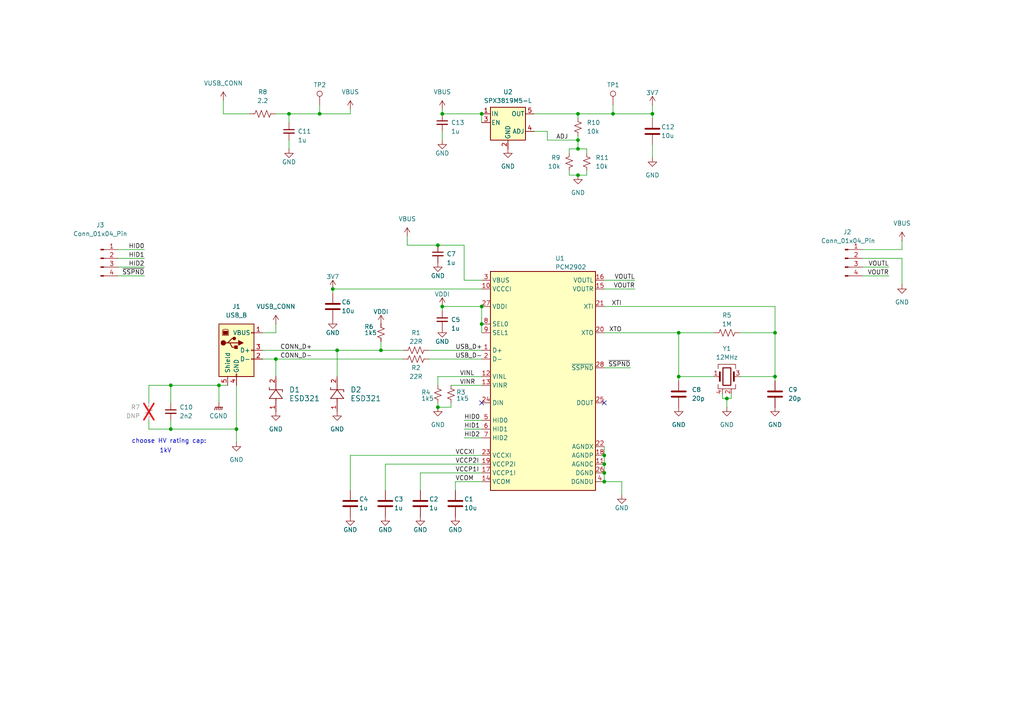
<source format=kicad_sch>
(kicad_sch
	(version 20231120)
	(generator "eeschema")
	(generator_version "8.0")
	(uuid "d7b44dcf-3669-464a-bce0-95946665559d")
	(paper "A4")
	(lib_symbols
		(symbol "Audio:PCM2902"
			(exclude_from_sim no)
			(in_bom yes)
			(on_board yes)
			(property "Reference" "U1"
				(at 3.556 33.02 0)
				(effects
					(font
						(size 1.27 1.27)
					)
					(justify left)
				)
			)
			(property "Value" "PCM2902"
				(at 3.556 30.48 0)
				(effects
					(font
						(size 1.27 1.27)
					)
					(justify left)
				)
			)
			(property "Footprint" "Package_SO:SSOP-28_5.3x10.2mm_P0.65mm"
				(at 0 0 0)
				(effects
					(font
						(size 1.27 1.27)
					)
					(hide yes)
				)
			)
			(property "Datasheet" "http://www.ti.com/lit/ds/symlink/pcm2902c.pdf"
				(at 10.7599 32.258 0)
				(effects
					(font
						(size 1.27 1.27)
					)
					(hide yes)
				)
			)
			(property "Description" "Stereo Audio Codec with USB interface, Analog Input/Output, and S/PDIF, SSOP-28"
				(at 0 0 0)
				(effects
					(font
						(size 1.27 1.27)
					)
					(hide yes)
				)
			)
			(property "ki_keywords" "pcm2902 usb audio"
				(at 0 0 0)
				(effects
					(font
						(size 1.27 1.27)
					)
					(hide yes)
				)
			)
			(property "ki_fp_filters" "SSOP*5.3x10.2mm*P0.65mm*"
				(at 0 0 0)
				(effects
					(font
						(size 1.27 1.27)
					)
					(hide yes)
				)
			)
			(symbol "PCM2902_0_1"
				(rectangle
					(start -15.24 29.21)
					(end 15.24 -34.29)
					(stroke
						(width 0.254)
						(type default)
					)
					(fill
						(type background)
					)
				)
			)
			(symbol "PCM2902_1_1"
				(pin bidirectional line
					(at -17.78 6.35 0)
					(length 2.54)
					(name "D+"
						(effects
							(font
								(size 1.27 1.27)
							)
						)
					)
					(number "1"
						(effects
							(font
								(size 1.27 1.27)
							)
						)
					)
				)
				(pin passive line
					(at -17.78 24.13 0)
					(length 2.54)
					(name "VCCCI"
						(effects
							(font
								(size 1.27 1.27)
							)
						)
					)
					(number "10"
						(effects
							(font
								(size 1.27 1.27)
							)
						)
					)
				)
				(pin power_in line
					(at 17.78 -26.67 180)
					(length 2.54)
					(name "AGNDC"
						(effects
							(font
								(size 1.27 1.27)
							)
						)
					)
					(number "11"
						(effects
							(font
								(size 1.27 1.27)
							)
						)
					)
				)
				(pin input line
					(at -17.78 -1.27 0)
					(length 2.54)
					(name "VINL"
						(effects
							(font
								(size 1.27 1.27)
							)
						)
					)
					(number "12"
						(effects
							(font
								(size 1.27 1.27)
							)
						)
					)
				)
				(pin input line
					(at -17.78 -3.81 0)
					(length 2.54)
					(name "VINR"
						(effects
							(font
								(size 1.27 1.27)
							)
						)
					)
					(number "13"
						(effects
							(font
								(size 1.27 1.27)
							)
						)
					)
				)
				(pin passive line
					(at -17.78 -31.75 0)
					(length 2.54)
					(name "VCOM"
						(effects
							(font
								(size 1.27 1.27)
							)
						)
					)
					(number "14"
						(effects
							(font
								(size 1.27 1.27)
							)
						)
					)
				)
				(pin output line
					(at 17.78 24.13 180)
					(length 2.54)
					(name "VOUTR"
						(effects
							(font
								(size 1.27 1.27)
							)
						)
					)
					(number "15"
						(effects
							(font
								(size 1.27 1.27)
							)
						)
					)
				)
				(pin output line
					(at 17.78 26.67 180)
					(length 2.54)
					(name "VOUTL"
						(effects
							(font
								(size 1.27 1.27)
							)
						)
					)
					(number "16"
						(effects
							(font
								(size 1.27 1.27)
							)
						)
					)
				)
				(pin passive line
					(at -17.78 -29.21 0)
					(length 2.54)
					(name "VCCP1I"
						(effects
							(font
								(size 1.27 1.27)
							)
						)
					)
					(number "17"
						(effects
							(font
								(size 1.27 1.27)
							)
						)
					)
				)
				(pin power_in line
					(at 17.78 -24.13 180)
					(length 2.54)
					(name "AGNDP"
						(effects
							(font
								(size 1.27 1.27)
							)
						)
					)
					(number "18"
						(effects
							(font
								(size 1.27 1.27)
							)
						)
					)
				)
				(pin passive line
					(at -17.78 -26.67 0)
					(length 2.54)
					(name "VCCP2I"
						(effects
							(font
								(size 1.27 1.27)
							)
						)
					)
					(number "19"
						(effects
							(font
								(size 1.27 1.27)
							)
						)
					)
				)
				(pin bidirectional line
					(at -17.78 3.81 0)
					(length 2.54)
					(name "D-"
						(effects
							(font
								(size 1.27 1.27)
							)
						)
					)
					(number "2"
						(effects
							(font
								(size 1.27 1.27)
							)
						)
					)
				)
				(pin output line
					(at 17.78 11.43 180)
					(length 2.54)
					(name "XTO"
						(effects
							(font
								(size 1.27 1.27)
							)
						)
					)
					(number "20"
						(effects
							(font
								(size 1.27 1.27)
							)
						)
					)
				)
				(pin input line
					(at 17.78 19.05 180)
					(length 2.54)
					(name "XTI"
						(effects
							(font
								(size 1.27 1.27)
							)
						)
					)
					(number "21"
						(effects
							(font
								(size 1.27 1.27)
							)
						)
					)
				)
				(pin power_in line
					(at 17.78 -21.59 180)
					(length 2.54)
					(name "AGNDX"
						(effects
							(font
								(size 1.27 1.27)
							)
						)
					)
					(number "22"
						(effects
							(font
								(size 1.27 1.27)
							)
						)
					)
				)
				(pin passive line
					(at -17.78 -24.13 0)
					(length 2.54)
					(name "VCCXI"
						(effects
							(font
								(size 1.27 1.27)
							)
						)
					)
					(number "23"
						(effects
							(font
								(size 1.27 1.27)
							)
						)
					)
				)
				(pin input line
					(at -17.78 -8.89 0)
					(length 2.54)
					(name "DIN"
						(effects
							(font
								(size 1.27 1.27)
							)
						)
					)
					(number "24"
						(effects
							(font
								(size 1.27 1.27)
							)
						)
					)
				)
				(pin output line
					(at 17.78 -8.89 180)
					(length 2.54)
					(name "DOUT"
						(effects
							(font
								(size 1.27 1.27)
							)
						)
					)
					(number "25"
						(effects
							(font
								(size 1.27 1.27)
							)
						)
					)
				)
				(pin power_in line
					(at 17.78 -29.21 180)
					(length 2.54)
					(name "DGND"
						(effects
							(font
								(size 1.27 1.27)
							)
						)
					)
					(number "26"
						(effects
							(font
								(size 1.27 1.27)
							)
						)
					)
				)
				(pin power_out line
					(at -17.78 19.05 0)
					(length 2.54)
					(name "VDDI"
						(effects
							(font
								(size 1.27 1.27)
							)
						)
					)
					(number "27"
						(effects
							(font
								(size 1.27 1.27)
							)
						)
					)
				)
				(pin output line
					(at 17.78 1.27 180)
					(length 2.54)
					(name "~{SSPND}"
						(effects
							(font
								(size 1.27 1.27)
							)
						)
					)
					(number "28"
						(effects
							(font
								(size 1.27 1.27)
							)
						)
					)
				)
				(pin power_in line
					(at -17.78 26.67 0)
					(length 2.54)
					(name "VBUS"
						(effects
							(font
								(size 1.27 1.27)
							)
						)
					)
					(number "3"
						(effects
							(font
								(size 1.27 1.27)
							)
						)
					)
				)
				(pin power_in line
					(at 17.78 -31.75 180)
					(length 2.54)
					(name "DGNDU"
						(effects
							(font
								(size 1.27 1.27)
							)
						)
					)
					(number "4"
						(effects
							(font
								(size 1.27 1.27)
							)
						)
					)
				)
				(pin input line
					(at -17.78 -13.97 0)
					(length 2.54)
					(name "HID0"
						(effects
							(font
								(size 1.27 1.27)
							)
						)
					)
					(number "5"
						(effects
							(font
								(size 1.27 1.27)
							)
						)
					)
				)
				(pin input line
					(at -17.78 -16.51 0)
					(length 2.54)
					(name "HID1"
						(effects
							(font
								(size 1.27 1.27)
							)
						)
					)
					(number "6"
						(effects
							(font
								(size 1.27 1.27)
							)
						)
					)
				)
				(pin input line
					(at -17.78 -19.05 0)
					(length 2.54)
					(name "HID2"
						(effects
							(font
								(size 1.27 1.27)
							)
						)
					)
					(number "7"
						(effects
							(font
								(size 1.27 1.27)
							)
						)
					)
				)
				(pin input line
					(at -17.78 13.97 0)
					(length 2.54)
					(name "SEL0"
						(effects
							(font
								(size 1.27 1.27)
							)
						)
					)
					(number "8"
						(effects
							(font
								(size 1.27 1.27)
							)
						)
					)
				)
				(pin input line
					(at -17.78 11.43 0)
					(length 2.54)
					(name "SEL1"
						(effects
							(font
								(size 1.27 1.27)
							)
						)
					)
					(number "9"
						(effects
							(font
								(size 1.27 1.27)
							)
						)
					)
				)
			)
		)
		(symbol "Connector:Conn_01x04_Pin"
			(pin_names
				(offset 1.016) hide)
			(exclude_from_sim no)
			(in_bom yes)
			(on_board yes)
			(property "Reference" "J"
				(at 0 5.08 0)
				(effects
					(font
						(size 1.27 1.27)
					)
				)
			)
			(property "Value" "Conn_01x04_Pin"
				(at 0 -7.62 0)
				(effects
					(font
						(size 1.27 1.27)
					)
				)
			)
			(property "Footprint" ""
				(at 0 0 0)
				(effects
					(font
						(size 1.27 1.27)
					)
					(hide yes)
				)
			)
			(property "Datasheet" "~"
				(at 0 0 0)
				(effects
					(font
						(size 1.27 1.27)
					)
					(hide yes)
				)
			)
			(property "Description" "Generic connector, single row, 01x04, script generated"
				(at 0 0 0)
				(effects
					(font
						(size 1.27 1.27)
					)
					(hide yes)
				)
			)
			(property "ki_locked" ""
				(at 0 0 0)
				(effects
					(font
						(size 1.27 1.27)
					)
				)
			)
			(property "ki_keywords" "connector"
				(at 0 0 0)
				(effects
					(font
						(size 1.27 1.27)
					)
					(hide yes)
				)
			)
			(property "ki_fp_filters" "Connector*:*_1x??_*"
				(at 0 0 0)
				(effects
					(font
						(size 1.27 1.27)
					)
					(hide yes)
				)
			)
			(symbol "Conn_01x04_Pin_1_1"
				(polyline
					(pts
						(xy 1.27 -5.08) (xy 0.8636 -5.08)
					)
					(stroke
						(width 0.1524)
						(type default)
					)
					(fill
						(type none)
					)
				)
				(polyline
					(pts
						(xy 1.27 -2.54) (xy 0.8636 -2.54)
					)
					(stroke
						(width 0.1524)
						(type default)
					)
					(fill
						(type none)
					)
				)
				(polyline
					(pts
						(xy 1.27 0) (xy 0.8636 0)
					)
					(stroke
						(width 0.1524)
						(type default)
					)
					(fill
						(type none)
					)
				)
				(polyline
					(pts
						(xy 1.27 2.54) (xy 0.8636 2.54)
					)
					(stroke
						(width 0.1524)
						(type default)
					)
					(fill
						(type none)
					)
				)
				(rectangle
					(start 0.8636 -4.953)
					(end 0 -5.207)
					(stroke
						(width 0.1524)
						(type default)
					)
					(fill
						(type outline)
					)
				)
				(rectangle
					(start 0.8636 -2.413)
					(end 0 -2.667)
					(stroke
						(width 0.1524)
						(type default)
					)
					(fill
						(type outline)
					)
				)
				(rectangle
					(start 0.8636 0.127)
					(end 0 -0.127)
					(stroke
						(width 0.1524)
						(type default)
					)
					(fill
						(type outline)
					)
				)
				(rectangle
					(start 0.8636 2.667)
					(end 0 2.413)
					(stroke
						(width 0.1524)
						(type default)
					)
					(fill
						(type outline)
					)
				)
				(pin passive line
					(at 5.08 2.54 180)
					(length 3.81)
					(name "Pin_1"
						(effects
							(font
								(size 1.27 1.27)
							)
						)
					)
					(number "1"
						(effects
							(font
								(size 1.27 1.27)
							)
						)
					)
				)
				(pin passive line
					(at 5.08 0 180)
					(length 3.81)
					(name "Pin_2"
						(effects
							(font
								(size 1.27 1.27)
							)
						)
					)
					(number "2"
						(effects
							(font
								(size 1.27 1.27)
							)
						)
					)
				)
				(pin passive line
					(at 5.08 -2.54 180)
					(length 3.81)
					(name "Pin_3"
						(effects
							(font
								(size 1.27 1.27)
							)
						)
					)
					(number "3"
						(effects
							(font
								(size 1.27 1.27)
							)
						)
					)
				)
				(pin passive line
					(at 5.08 -5.08 180)
					(length 3.81)
					(name "Pin_4"
						(effects
							(font
								(size 1.27 1.27)
							)
						)
					)
					(number "4"
						(effects
							(font
								(size 1.27 1.27)
							)
						)
					)
				)
			)
		)
		(symbol "Connector:TestPoint"
			(pin_numbers hide)
			(pin_names
				(offset 0.762) hide)
			(exclude_from_sim no)
			(in_bom yes)
			(on_board yes)
			(property "Reference" "TP"
				(at 0 6.858 0)
				(effects
					(font
						(size 1.27 1.27)
					)
				)
			)
			(property "Value" "TestPoint"
				(at 0 5.08 0)
				(effects
					(font
						(size 1.27 1.27)
					)
				)
			)
			(property "Footprint" ""
				(at 5.08 0 0)
				(effects
					(font
						(size 1.27 1.27)
					)
					(hide yes)
				)
			)
			(property "Datasheet" "~"
				(at 5.08 0 0)
				(effects
					(font
						(size 1.27 1.27)
					)
					(hide yes)
				)
			)
			(property "Description" "test point"
				(at 0 0 0)
				(effects
					(font
						(size 1.27 1.27)
					)
					(hide yes)
				)
			)
			(property "ki_keywords" "test point tp"
				(at 0 0 0)
				(effects
					(font
						(size 1.27 1.27)
					)
					(hide yes)
				)
			)
			(property "ki_fp_filters" "Pin* Test*"
				(at 0 0 0)
				(effects
					(font
						(size 1.27 1.27)
					)
					(hide yes)
				)
			)
			(symbol "TestPoint_0_1"
				(circle
					(center 0 3.302)
					(radius 0.762)
					(stroke
						(width 0)
						(type default)
					)
					(fill
						(type none)
					)
				)
			)
			(symbol "TestPoint_1_1"
				(pin passive line
					(at 0 0 90)
					(length 2.54)
					(name "1"
						(effects
							(font
								(size 1.27 1.27)
							)
						)
					)
					(number "1"
						(effects
							(font
								(size 1.27 1.27)
							)
						)
					)
				)
			)
		)
		(symbol "Connector:USB_B"
			(pin_names
				(offset 1.016)
			)
			(exclude_from_sim no)
			(in_bom yes)
			(on_board yes)
			(property "Reference" "J"
				(at -5.08 11.43 0)
				(effects
					(font
						(size 1.27 1.27)
					)
					(justify left)
				)
			)
			(property "Value" "USB_B"
				(at -5.08 8.89 0)
				(effects
					(font
						(size 1.27 1.27)
					)
					(justify left)
				)
			)
			(property "Footprint" ""
				(at 3.81 -1.27 0)
				(effects
					(font
						(size 1.27 1.27)
					)
					(hide yes)
				)
			)
			(property "Datasheet" "~"
				(at 3.81 -1.27 0)
				(effects
					(font
						(size 1.27 1.27)
					)
					(hide yes)
				)
			)
			(property "Description" "USB Type B connector"
				(at 0 0 0)
				(effects
					(font
						(size 1.27 1.27)
					)
					(hide yes)
				)
			)
			(property "ki_keywords" "connector USB"
				(at 0 0 0)
				(effects
					(font
						(size 1.27 1.27)
					)
					(hide yes)
				)
			)
			(property "ki_fp_filters" "USB*"
				(at 0 0 0)
				(effects
					(font
						(size 1.27 1.27)
					)
					(hide yes)
				)
			)
			(symbol "USB_B_0_1"
				(rectangle
					(start -5.08 -7.62)
					(end 5.08 7.62)
					(stroke
						(width 0.254)
						(type default)
					)
					(fill
						(type background)
					)
				)
				(circle
					(center -3.81 2.159)
					(radius 0.635)
					(stroke
						(width 0.254)
						(type default)
					)
					(fill
						(type outline)
					)
				)
				(rectangle
					(start -3.81 5.588)
					(end -2.54 4.572)
					(stroke
						(width 0)
						(type default)
					)
					(fill
						(type outline)
					)
				)
				(circle
					(center -0.635 3.429)
					(radius 0.381)
					(stroke
						(width 0.254)
						(type default)
					)
					(fill
						(type outline)
					)
				)
				(rectangle
					(start -0.127 -7.62)
					(end 0.127 -6.858)
					(stroke
						(width 0)
						(type default)
					)
					(fill
						(type none)
					)
				)
				(polyline
					(pts
						(xy -1.905 2.159) (xy 0.635 2.159)
					)
					(stroke
						(width 0.254)
						(type default)
					)
					(fill
						(type none)
					)
				)
				(polyline
					(pts
						(xy -3.175 2.159) (xy -2.54 2.159) (xy -1.27 3.429) (xy -0.635 3.429)
					)
					(stroke
						(width 0.254)
						(type default)
					)
					(fill
						(type none)
					)
				)
				(polyline
					(pts
						(xy -2.54 2.159) (xy -1.905 2.159) (xy -1.27 0.889) (xy 0 0.889)
					)
					(stroke
						(width 0.254)
						(type default)
					)
					(fill
						(type none)
					)
				)
				(polyline
					(pts
						(xy 0.635 2.794) (xy 0.635 1.524) (xy 1.905 2.159) (xy 0.635 2.794)
					)
					(stroke
						(width 0.254)
						(type default)
					)
					(fill
						(type outline)
					)
				)
				(polyline
					(pts
						(xy -4.064 4.318) (xy -2.286 4.318) (xy -2.286 5.715) (xy -2.667 6.096) (xy -3.683 6.096) (xy -4.064 5.715)
						(xy -4.064 4.318)
					)
					(stroke
						(width 0)
						(type default)
					)
					(fill
						(type none)
					)
				)
				(rectangle
					(start 0.254 1.27)
					(end -0.508 0.508)
					(stroke
						(width 0.254)
						(type default)
					)
					(fill
						(type outline)
					)
				)
				(rectangle
					(start 5.08 -2.667)
					(end 4.318 -2.413)
					(stroke
						(width 0)
						(type default)
					)
					(fill
						(type none)
					)
				)
				(rectangle
					(start 5.08 -0.127)
					(end 4.318 0.127)
					(stroke
						(width 0)
						(type default)
					)
					(fill
						(type none)
					)
				)
				(rectangle
					(start 5.08 4.953)
					(end 4.318 5.207)
					(stroke
						(width 0)
						(type default)
					)
					(fill
						(type none)
					)
				)
			)
			(symbol "USB_B_1_1"
				(pin power_out line
					(at 7.62 5.08 180)
					(length 2.54)
					(name "VBUS"
						(effects
							(font
								(size 1.27 1.27)
							)
						)
					)
					(number "1"
						(effects
							(font
								(size 1.27 1.27)
							)
						)
					)
				)
				(pin bidirectional line
					(at 7.62 -2.54 180)
					(length 2.54)
					(name "D-"
						(effects
							(font
								(size 1.27 1.27)
							)
						)
					)
					(number "2"
						(effects
							(font
								(size 1.27 1.27)
							)
						)
					)
				)
				(pin bidirectional line
					(at 7.62 0 180)
					(length 2.54)
					(name "D+"
						(effects
							(font
								(size 1.27 1.27)
							)
						)
					)
					(number "3"
						(effects
							(font
								(size 1.27 1.27)
							)
						)
					)
				)
				(pin power_out line
					(at 0 -10.16 90)
					(length 2.54)
					(name "GND"
						(effects
							(font
								(size 1.27 1.27)
							)
						)
					)
					(number "4"
						(effects
							(font
								(size 1.27 1.27)
							)
						)
					)
				)
				(pin passive line
					(at -2.54 -10.16 90)
					(length 2.54)
					(name "Shield"
						(effects
							(font
								(size 1.27 1.27)
							)
						)
					)
					(number "5"
						(effects
							(font
								(size 1.27 1.27)
							)
						)
					)
				)
			)
		)
		(symbol "Device:C"
			(pin_numbers hide)
			(pin_names
				(offset 0.254)
			)
			(exclude_from_sim no)
			(in_bom yes)
			(on_board yes)
			(property "Reference" "C"
				(at 0.635 2.54 0)
				(effects
					(font
						(size 1.27 1.27)
					)
					(justify left)
				)
			)
			(property "Value" "C"
				(at 0.635 -2.54 0)
				(effects
					(font
						(size 1.27 1.27)
					)
					(justify left)
				)
			)
			(property "Footprint" ""
				(at 0.9652 -3.81 0)
				(effects
					(font
						(size 1.27 1.27)
					)
					(hide yes)
				)
			)
			(property "Datasheet" "~"
				(at 0 0 0)
				(effects
					(font
						(size 1.27 1.27)
					)
					(hide yes)
				)
			)
			(property "Description" "Unpolarized capacitor"
				(at 0 0 0)
				(effects
					(font
						(size 1.27 1.27)
					)
					(hide yes)
				)
			)
			(property "ki_keywords" "cap capacitor"
				(at 0 0 0)
				(effects
					(font
						(size 1.27 1.27)
					)
					(hide yes)
				)
			)
			(property "ki_fp_filters" "C_*"
				(at 0 0 0)
				(effects
					(font
						(size 1.27 1.27)
					)
					(hide yes)
				)
			)
			(symbol "C_0_1"
				(polyline
					(pts
						(xy -2.032 -0.762) (xy 2.032 -0.762)
					)
					(stroke
						(width 0.508)
						(type default)
					)
					(fill
						(type none)
					)
				)
				(polyline
					(pts
						(xy -2.032 0.762) (xy 2.032 0.762)
					)
					(stroke
						(width 0.508)
						(type default)
					)
					(fill
						(type none)
					)
				)
			)
			(symbol "C_1_1"
				(pin passive line
					(at 0 3.81 270)
					(length 2.794)
					(name "~"
						(effects
							(font
								(size 1.27 1.27)
							)
						)
					)
					(number "1"
						(effects
							(font
								(size 1.27 1.27)
							)
						)
					)
				)
				(pin passive line
					(at 0 -3.81 90)
					(length 2.794)
					(name "~"
						(effects
							(font
								(size 1.27 1.27)
							)
						)
					)
					(number "2"
						(effects
							(font
								(size 1.27 1.27)
							)
						)
					)
				)
			)
		)
		(symbol "Device:C_Small"
			(pin_numbers hide)
			(pin_names
				(offset 0.254) hide)
			(exclude_from_sim no)
			(in_bom yes)
			(on_board yes)
			(property "Reference" "C"
				(at 0.254 1.778 0)
				(effects
					(font
						(size 1.27 1.27)
					)
					(justify left)
				)
			)
			(property "Value" "C_Small"
				(at 0.254 -2.032 0)
				(effects
					(font
						(size 1.27 1.27)
					)
					(justify left)
				)
			)
			(property "Footprint" ""
				(at 0 0 0)
				(effects
					(font
						(size 1.27 1.27)
					)
					(hide yes)
				)
			)
			(property "Datasheet" "~"
				(at 0 0 0)
				(effects
					(font
						(size 1.27 1.27)
					)
					(hide yes)
				)
			)
			(property "Description" "Unpolarized capacitor, small symbol"
				(at 0 0 0)
				(effects
					(font
						(size 1.27 1.27)
					)
					(hide yes)
				)
			)
			(property "ki_keywords" "capacitor cap"
				(at 0 0 0)
				(effects
					(font
						(size 1.27 1.27)
					)
					(hide yes)
				)
			)
			(property "ki_fp_filters" "C_*"
				(at 0 0 0)
				(effects
					(font
						(size 1.27 1.27)
					)
					(hide yes)
				)
			)
			(symbol "C_Small_0_1"
				(polyline
					(pts
						(xy -1.524 -0.508) (xy 1.524 -0.508)
					)
					(stroke
						(width 0.3302)
						(type default)
					)
					(fill
						(type none)
					)
				)
				(polyline
					(pts
						(xy -1.524 0.508) (xy 1.524 0.508)
					)
					(stroke
						(width 0.3048)
						(type default)
					)
					(fill
						(type none)
					)
				)
			)
			(symbol "C_Small_1_1"
				(pin passive line
					(at 0 2.54 270)
					(length 2.032)
					(name "~"
						(effects
							(font
								(size 1.27 1.27)
							)
						)
					)
					(number "1"
						(effects
							(font
								(size 1.27 1.27)
							)
						)
					)
				)
				(pin passive line
					(at 0 -2.54 90)
					(length 2.032)
					(name "~"
						(effects
							(font
								(size 1.27 1.27)
							)
						)
					)
					(number "2"
						(effects
							(font
								(size 1.27 1.27)
							)
						)
					)
				)
			)
		)
		(symbol "Device:Crystal_GND24"
			(pin_names
				(offset 1.016) hide)
			(exclude_from_sim no)
			(in_bom yes)
			(on_board yes)
			(property "Reference" "Y1"
				(at 11.43 6.3186 0)
				(effects
					(font
						(size 1.27 1.27)
					)
				)
			)
			(property "Value" "Crystal_GND24"
				(at 11.43 3.7786 0)
				(effects
					(font
						(size 1.27 1.27)
					)
				)
			)
			(property "Footprint" ""
				(at 0 0 0)
				(effects
					(font
						(size 1.27 1.27)
					)
					(hide yes)
				)
			)
			(property "Datasheet" "~"
				(at 0 0 0)
				(effects
					(font
						(size 1.27 1.27)
					)
					(hide yes)
				)
			)
			(property "Description" "Four pin crystal, GND on pins 2 and 4"
				(at 0 0 0)
				(effects
					(font
						(size 1.27 1.27)
					)
					(hide yes)
				)
			)
			(property "ki_keywords" "quartz ceramic resonator oscillator"
				(at 0 0 0)
				(effects
					(font
						(size 1.27 1.27)
					)
					(hide yes)
				)
			)
			(property "ki_fp_filters" "Crystal*"
				(at 0 0 0)
				(effects
					(font
						(size 1.27 1.27)
					)
					(hide yes)
				)
			)
			(symbol "Crystal_GND24_0_1"
				(rectangle
					(start -1.143 2.54)
					(end 1.143 -2.54)
					(stroke
						(width 0.3048)
						(type default)
					)
					(fill
						(type none)
					)
				)
				(polyline
					(pts
						(xy -2.54 0) (xy -2.032 0)
					)
					(stroke
						(width 0)
						(type default)
					)
					(fill
						(type none)
					)
				)
				(polyline
					(pts
						(xy -2.032 -1.27) (xy -2.032 1.27)
					)
					(stroke
						(width 0.508)
						(type default)
					)
					(fill
						(type none)
					)
				)
				(polyline
					(pts
						(xy -1.27 -3.81) (xy -1.27 -3.556)
					)
					(stroke
						(width 0)
						(type default)
					)
					(fill
						(type none)
					)
				)
				(polyline
					(pts
						(xy 1.27 -3.81) (xy 1.27 -3.556)
					)
					(stroke
						(width 0)
						(type default)
					)
					(fill
						(type none)
					)
				)
				(polyline
					(pts
						(xy 2.032 -1.27) (xy 2.032 1.27)
					)
					(stroke
						(width 0.508)
						(type default)
					)
					(fill
						(type none)
					)
				)
				(polyline
					(pts
						(xy 2.032 0) (xy 2.54 0)
					)
					(stroke
						(width 0)
						(type default)
					)
					(fill
						(type none)
					)
				)
				(polyline
					(pts
						(xy -2.54 -2.286) (xy -2.54 -3.556) (xy 2.54 -3.556) (xy 2.54 -2.286)
					)
					(stroke
						(width 0)
						(type default)
					)
					(fill
						(type none)
					)
				)
				(polyline
					(pts
						(xy -2.54 2.286) (xy -2.54 3.556) (xy 2.54 3.556) (xy 2.54 2.286)
					)
					(stroke
						(width 0)
						(type default)
					)
					(fill
						(type none)
					)
				)
			)
			(symbol "Crystal_GND24_1_1"
				(pin passive line
					(at -3.81 0 0)
					(length 1.27)
					(name "1"
						(effects
							(font
								(size 1.27 1.27)
							)
						)
					)
					(number "1"
						(effects
							(font
								(size 1.27 1.27)
							)
						)
					)
				)
				(pin passive line
					(at 1.27 -5.08 90)
					(length 1.27)
					(name "2"
						(effects
							(font
								(size 1.27 1.27)
							)
						)
					)
					(number "2"
						(effects
							(font
								(size 1.27 1.27)
							)
						)
					)
				)
				(pin passive line
					(at 3.81 0 180)
					(length 1.27)
					(name "3"
						(effects
							(font
								(size 1.27 1.27)
							)
						)
					)
					(number "3"
						(effects
							(font
								(size 1.27 1.27)
							)
						)
					)
				)
				(pin passive line
					(at -1.27 -5.08 90)
					(length 1.27)
					(name "4"
						(effects
							(font
								(size 1.27 1.27)
							)
						)
					)
					(number "4"
						(effects
							(font
								(size 1.27 1.27)
							)
						)
					)
				)
			)
		)
		(symbol "Device:R_Small_US"
			(pin_numbers hide)
			(pin_names
				(offset 0.254) hide)
			(exclude_from_sim no)
			(in_bom yes)
			(on_board yes)
			(property "Reference" "R"
				(at 0.762 0.508 0)
				(effects
					(font
						(size 1.27 1.27)
					)
					(justify left)
				)
			)
			(property "Value" "R_Small_US"
				(at 0.762 -1.016 0)
				(effects
					(font
						(size 1.27 1.27)
					)
					(justify left)
				)
			)
			(property "Footprint" ""
				(at 0 0 0)
				(effects
					(font
						(size 1.27 1.27)
					)
					(hide yes)
				)
			)
			(property "Datasheet" "~"
				(at 0 0 0)
				(effects
					(font
						(size 1.27 1.27)
					)
					(hide yes)
				)
			)
			(property "Description" "Resistor, small US symbol"
				(at 0 0 0)
				(effects
					(font
						(size 1.27 1.27)
					)
					(hide yes)
				)
			)
			(property "ki_keywords" "r resistor"
				(at 0 0 0)
				(effects
					(font
						(size 1.27 1.27)
					)
					(hide yes)
				)
			)
			(property "ki_fp_filters" "R_*"
				(at 0 0 0)
				(effects
					(font
						(size 1.27 1.27)
					)
					(hide yes)
				)
			)
			(symbol "R_Small_US_1_1"
				(polyline
					(pts
						(xy 0 0) (xy 1.016 -0.381) (xy 0 -0.762) (xy -1.016 -1.143) (xy 0 -1.524)
					)
					(stroke
						(width 0)
						(type default)
					)
					(fill
						(type none)
					)
				)
				(polyline
					(pts
						(xy 0 1.524) (xy 1.016 1.143) (xy 0 0.762) (xy -1.016 0.381) (xy 0 0)
					)
					(stroke
						(width 0)
						(type default)
					)
					(fill
						(type none)
					)
				)
				(pin passive line
					(at 0 2.54 270)
					(length 1.016)
					(name "~"
						(effects
							(font
								(size 1.27 1.27)
							)
						)
					)
					(number "1"
						(effects
							(font
								(size 1.27 1.27)
							)
						)
					)
				)
				(pin passive line
					(at 0 -2.54 90)
					(length 1.016)
					(name "~"
						(effects
							(font
								(size 1.27 1.27)
							)
						)
					)
					(number "2"
						(effects
							(font
								(size 1.27 1.27)
							)
						)
					)
				)
			)
		)
		(symbol "Device:R_US"
			(pin_numbers hide)
			(pin_names
				(offset 0)
			)
			(exclude_from_sim no)
			(in_bom yes)
			(on_board yes)
			(property "Reference" "R"
				(at 2.54 0 90)
				(effects
					(font
						(size 1.27 1.27)
					)
				)
			)
			(property "Value" "R_US"
				(at -2.54 0 90)
				(effects
					(font
						(size 1.27 1.27)
					)
				)
			)
			(property "Footprint" ""
				(at 1.016 -0.254 90)
				(effects
					(font
						(size 1.27 1.27)
					)
					(hide yes)
				)
			)
			(property "Datasheet" "~"
				(at 0 0 0)
				(effects
					(font
						(size 1.27 1.27)
					)
					(hide yes)
				)
			)
			(property "Description" "Resistor, US symbol"
				(at 0 0 0)
				(effects
					(font
						(size 1.27 1.27)
					)
					(hide yes)
				)
			)
			(property "ki_keywords" "R res resistor"
				(at 0 0 0)
				(effects
					(font
						(size 1.27 1.27)
					)
					(hide yes)
				)
			)
			(property "ki_fp_filters" "R_*"
				(at 0 0 0)
				(effects
					(font
						(size 1.27 1.27)
					)
					(hide yes)
				)
			)
			(symbol "R_US_0_1"
				(polyline
					(pts
						(xy 0 -2.286) (xy 0 -2.54)
					)
					(stroke
						(width 0)
						(type default)
					)
					(fill
						(type none)
					)
				)
				(polyline
					(pts
						(xy 0 2.286) (xy 0 2.54)
					)
					(stroke
						(width 0)
						(type default)
					)
					(fill
						(type none)
					)
				)
				(polyline
					(pts
						(xy 0 -0.762) (xy 1.016 -1.143) (xy 0 -1.524) (xy -1.016 -1.905) (xy 0 -2.286)
					)
					(stroke
						(width 0)
						(type default)
					)
					(fill
						(type none)
					)
				)
				(polyline
					(pts
						(xy 0 0.762) (xy 1.016 0.381) (xy 0 0) (xy -1.016 -0.381) (xy 0 -0.762)
					)
					(stroke
						(width 0)
						(type default)
					)
					(fill
						(type none)
					)
				)
				(polyline
					(pts
						(xy 0 2.286) (xy 1.016 1.905) (xy 0 1.524) (xy -1.016 1.143) (xy 0 0.762)
					)
					(stroke
						(width 0)
						(type default)
					)
					(fill
						(type none)
					)
				)
			)
			(symbol "R_US_1_1"
				(pin passive line
					(at 0 3.81 270)
					(length 1.27)
					(name "~"
						(effects
							(font
								(size 1.27 1.27)
							)
						)
					)
					(number "1"
						(effects
							(font
								(size 1.27 1.27)
							)
						)
					)
				)
				(pin passive line
					(at 0 -3.81 90)
					(length 1.27)
					(name "~"
						(effects
							(font
								(size 1.27 1.27)
							)
						)
					)
					(number "2"
						(effects
							(font
								(size 1.27 1.27)
							)
						)
					)
				)
			)
		)
		(symbol "ESD321DYAR:ESD321DYAR"
			(pin_names
				(offset 0.254)
			)
			(exclude_from_sim no)
			(in_bom yes)
			(on_board yes)
			(property "Reference" "D"
				(at 5.08 4.445 0)
				(effects
					(font
						(size 1.524 1.524)
					)
				)
			)
			(property "Value" "ESD321DYAR"
				(at 5.08 -3.81 0)
				(effects
					(font
						(size 1.524 1.524)
					)
				)
			)
			(property "Footprint" "ESD321DYAR:SOT5x3_DYA_TEX-M"
				(at 0 0 0)
				(effects
					(font
						(size 1.27 1.27)
						(italic yes)
					)
					(hide yes)
				)
			)
			(property "Datasheet" "ESD321DYAR"
				(at 0 0 0)
				(effects
					(font
						(size 1.27 1.27)
						(italic yes)
					)
					(hide yes)
				)
			)
			(property "Description" ""
				(at 0 0 0)
				(effects
					(font
						(size 1.27 1.27)
					)
					(hide yes)
				)
			)
			(property "ki_keywords" "ESD321DYAR"
				(at 0 0 0)
				(effects
					(font
						(size 1.27 1.27)
					)
					(hide yes)
				)
			)
			(property "ki_fp_filters" "SOT5x3_DYA_TEX SOT5x3_DYA_TEX-M SOT5x3_DYA_TEX-L"
				(at 0 0 0)
				(effects
					(font
						(size 1.27 1.27)
					)
					(hide yes)
				)
			)
			(symbol "ESD321DYAR_0_1"
				(polyline
					(pts
						(xy 2.54 0) (xy 3.4798 0)
					)
					(stroke
						(width 0.2032)
						(type default)
					)
					(fill
						(type none)
					)
				)
				(polyline
					(pts
						(xy 3.175 0) (xy 3.81 0)
					)
					(stroke
						(width 0.2032)
						(type default)
					)
					(fill
						(type none)
					)
				)
				(polyline
					(pts
						(xy 3.81 -1.905) (xy 6.35 0)
					)
					(stroke
						(width 0.2032)
						(type default)
					)
					(fill
						(type none)
					)
				)
				(polyline
					(pts
						(xy 3.81 1.905) (xy 3.81 -1.905)
					)
					(stroke
						(width 0.2032)
						(type default)
					)
					(fill
						(type none)
					)
				)
				(polyline
					(pts
						(xy 6.35 -1.905) (xy 5.715 -1.905)
					)
					(stroke
						(width 0.2032)
						(type default)
					)
					(fill
						(type none)
					)
				)
				(polyline
					(pts
						(xy 6.35 -1.905) (xy 6.35 1.905)
					)
					(stroke
						(width 0.2032)
						(type default)
					)
					(fill
						(type none)
					)
				)
				(polyline
					(pts
						(xy 6.35 0) (xy 3.81 1.905)
					)
					(stroke
						(width 0.2032)
						(type default)
					)
					(fill
						(type none)
					)
				)
				(polyline
					(pts
						(xy 6.35 0) (xy 7.62 0)
					)
					(stroke
						(width 0.2032)
						(type default)
					)
					(fill
						(type none)
					)
				)
				(polyline
					(pts
						(xy 6.35 1.905) (xy 6.985 1.905)
					)
					(stroke
						(width 0.2032)
						(type default)
					)
					(fill
						(type none)
					)
				)
				(pin unspecified line
					(at 0 0 0)
					(length 2.54)
					(name ""
						(effects
							(font
								(size 1.27 1.27)
							)
						)
					)
					(number "1"
						(effects
							(font
								(size 1.27 1.27)
							)
						)
					)
				)
				(pin unspecified line
					(at 10.16 0 180)
					(length 2.54)
					(name ""
						(effects
							(font
								(size 1.27 1.27)
							)
						)
					)
					(number "2"
						(effects
							(font
								(size 1.27 1.27)
							)
						)
					)
				)
			)
		)
		(symbol "Regulator_Linear:SPX3819M5-L"
			(pin_names
				(offset 0.254)
			)
			(exclude_from_sim no)
			(in_bom yes)
			(on_board yes)
			(property "Reference" "U"
				(at -3.81 5.715 0)
				(effects
					(font
						(size 1.27 1.27)
					)
				)
			)
			(property "Value" "SPX3819M5-L"
				(at 0 5.715 0)
				(effects
					(font
						(size 1.27 1.27)
					)
					(justify left)
				)
			)
			(property "Footprint" "Package_TO_SOT_SMD:SOT-23-5"
				(at 0 8.255 0)
				(effects
					(font
						(size 1.27 1.27)
					)
					(hide yes)
				)
			)
			(property "Datasheet" "https://www.exar.com/content/document.ashx?id=22106&languageid=1033&type=Datasheet&partnumber=SPX3819&filename=SPX3819.pdf&part=SPX3819"
				(at 0 0 0)
				(effects
					(font
						(size 1.27 1.27)
					)
					(hide yes)
				)
			)
			(property "Description" "500mA Low drop-out regulator, Adjustable, SOT-23-5"
				(at 0 0 0)
				(effects
					(font
						(size 1.27 1.27)
					)
					(hide yes)
				)
			)
			(property "ki_keywords" "REGULATOR LDO ADJ"
				(at 0 0 0)
				(effects
					(font
						(size 1.27 1.27)
					)
					(hide yes)
				)
			)
			(property "ki_fp_filters" "SOT?23*"
				(at 0 0 0)
				(effects
					(font
						(size 1.27 1.27)
					)
					(hide yes)
				)
			)
			(symbol "SPX3819M5-L_0_1"
				(rectangle
					(start -5.08 4.445)
					(end 5.08 -5.08)
					(stroke
						(width 0.254)
						(type default)
					)
					(fill
						(type background)
					)
				)
			)
			(symbol "SPX3819M5-L_1_1"
				(pin power_in line
					(at -7.62 2.54 0)
					(length 2.54)
					(name "IN"
						(effects
							(font
								(size 1.27 1.27)
							)
						)
					)
					(number "1"
						(effects
							(font
								(size 1.27 1.27)
							)
						)
					)
				)
				(pin power_in line
					(at 0 -7.62 90)
					(length 2.54)
					(name "GND"
						(effects
							(font
								(size 1.27 1.27)
							)
						)
					)
					(number "2"
						(effects
							(font
								(size 1.27 1.27)
							)
						)
					)
				)
				(pin input line
					(at -7.62 0 0)
					(length 2.54)
					(name "EN"
						(effects
							(font
								(size 1.27 1.27)
							)
						)
					)
					(number "3"
						(effects
							(font
								(size 1.27 1.27)
							)
						)
					)
				)
				(pin input line
					(at 7.62 -2.54 180)
					(length 2.54)
					(name "ADJ"
						(effects
							(font
								(size 1.27 1.27)
							)
						)
					)
					(number "4"
						(effects
							(font
								(size 1.27 1.27)
							)
						)
					)
				)
				(pin power_out line
					(at 7.62 2.54 180)
					(length 2.54)
					(name "OUT"
						(effects
							(font
								(size 1.27 1.27)
							)
						)
					)
					(number "5"
						(effects
							(font
								(size 1.27 1.27)
							)
						)
					)
				)
			)
		)
		(symbol "power:+3V3"
			(power)
			(pin_numbers hide)
			(pin_names
				(offset 0) hide)
			(exclude_from_sim no)
			(in_bom yes)
			(on_board yes)
			(property "Reference" "#PWR"
				(at 0 -3.81 0)
				(effects
					(font
						(size 1.27 1.27)
					)
					(hide yes)
				)
			)
			(property "Value" "+3V3"
				(at 0 3.556 0)
				(effects
					(font
						(size 1.27 1.27)
					)
				)
			)
			(property "Footprint" ""
				(at 0 0 0)
				(effects
					(font
						(size 1.27 1.27)
					)
					(hide yes)
				)
			)
			(property "Datasheet" ""
				(at 0 0 0)
				(effects
					(font
						(size 1.27 1.27)
					)
					(hide yes)
				)
			)
			(property "Description" "Power symbol creates a global label with name \"+3V3\""
				(at 0 0 0)
				(effects
					(font
						(size 1.27 1.27)
					)
					(hide yes)
				)
			)
			(property "ki_keywords" "global power"
				(at 0 0 0)
				(effects
					(font
						(size 1.27 1.27)
					)
					(hide yes)
				)
			)
			(symbol "+3V3_0_1"
				(polyline
					(pts
						(xy -0.762 1.27) (xy 0 2.54)
					)
					(stroke
						(width 0)
						(type default)
					)
					(fill
						(type none)
					)
				)
				(polyline
					(pts
						(xy 0 0) (xy 0 2.54)
					)
					(stroke
						(width 0)
						(type default)
					)
					(fill
						(type none)
					)
				)
				(polyline
					(pts
						(xy 0 2.54) (xy 0.762 1.27)
					)
					(stroke
						(width 0)
						(type default)
					)
					(fill
						(type none)
					)
				)
			)
			(symbol "+3V3_1_1"
				(pin power_in line
					(at 0 0 90)
					(length 0)
					(name "~"
						(effects
							(font
								(size 1.27 1.27)
							)
						)
					)
					(number "1"
						(effects
							(font
								(size 1.27 1.27)
							)
						)
					)
				)
			)
		)
		(symbol "power:GND"
			(power)
			(pin_numbers hide)
			(pin_names
				(offset 0) hide)
			(exclude_from_sim no)
			(in_bom yes)
			(on_board yes)
			(property "Reference" "#PWR"
				(at 0 -6.35 0)
				(effects
					(font
						(size 1.27 1.27)
					)
					(hide yes)
				)
			)
			(property "Value" "GND"
				(at 0 -3.81 0)
				(effects
					(font
						(size 1.27 1.27)
					)
				)
			)
			(property "Footprint" ""
				(at 0 0 0)
				(effects
					(font
						(size 1.27 1.27)
					)
					(hide yes)
				)
			)
			(property "Datasheet" ""
				(at 0 0 0)
				(effects
					(font
						(size 1.27 1.27)
					)
					(hide yes)
				)
			)
			(property "Description" "Power symbol creates a global label with name \"GND\" , ground"
				(at 0 0 0)
				(effects
					(font
						(size 1.27 1.27)
					)
					(hide yes)
				)
			)
			(property "ki_keywords" "global power"
				(at 0 0 0)
				(effects
					(font
						(size 1.27 1.27)
					)
					(hide yes)
				)
			)
			(symbol "GND_0_1"
				(polyline
					(pts
						(xy 0 0) (xy 0 -1.27) (xy 1.27 -1.27) (xy 0 -2.54) (xy -1.27 -1.27) (xy 0 -1.27)
					)
					(stroke
						(width 0)
						(type default)
					)
					(fill
						(type none)
					)
				)
			)
			(symbol "GND_1_1"
				(pin power_in line
					(at 0 0 270)
					(length 0)
					(name "~"
						(effects
							(font
								(size 1.27 1.27)
							)
						)
					)
					(number "1"
						(effects
							(font
								(size 1.27 1.27)
							)
						)
					)
				)
			)
		)
		(symbol "power:GNDPWR"
			(power)
			(pin_numbers hide)
			(pin_names
				(offset 0) hide)
			(exclude_from_sim no)
			(in_bom yes)
			(on_board yes)
			(property "Reference" "#PWR"
				(at 0 -5.08 0)
				(effects
					(font
						(size 1.27 1.27)
					)
					(hide yes)
				)
			)
			(property "Value" "GNDPWR"
				(at 0 -3.302 0)
				(effects
					(font
						(size 1.27 1.27)
					)
				)
			)
			(property "Footprint" ""
				(at 0 -1.27 0)
				(effects
					(font
						(size 1.27 1.27)
					)
					(hide yes)
				)
			)
			(property "Datasheet" ""
				(at 0 -1.27 0)
				(effects
					(font
						(size 1.27 1.27)
					)
					(hide yes)
				)
			)
			(property "Description" "Power symbol creates a global label with name \"GNDPWR\" , global ground"
				(at 0 0 0)
				(effects
					(font
						(size 1.27 1.27)
					)
					(hide yes)
				)
			)
			(property "ki_keywords" "global ground"
				(at 0 0 0)
				(effects
					(font
						(size 1.27 1.27)
					)
					(hide yes)
				)
			)
			(symbol "GNDPWR_0_1"
				(polyline
					(pts
						(xy 0 -1.27) (xy 0 0)
					)
					(stroke
						(width 0)
						(type default)
					)
					(fill
						(type none)
					)
				)
				(polyline
					(pts
						(xy -1.016 -1.27) (xy -1.27 -2.032) (xy -1.27 -2.032)
					)
					(stroke
						(width 0.2032)
						(type default)
					)
					(fill
						(type none)
					)
				)
				(polyline
					(pts
						(xy -0.508 -1.27) (xy -0.762 -2.032) (xy -0.762 -2.032)
					)
					(stroke
						(width 0.2032)
						(type default)
					)
					(fill
						(type none)
					)
				)
				(polyline
					(pts
						(xy 0 -1.27) (xy -0.254 -2.032) (xy -0.254 -2.032)
					)
					(stroke
						(width 0.2032)
						(type default)
					)
					(fill
						(type none)
					)
				)
				(polyline
					(pts
						(xy 0.508 -1.27) (xy 0.254 -2.032) (xy 0.254 -2.032)
					)
					(stroke
						(width 0.2032)
						(type default)
					)
					(fill
						(type none)
					)
				)
				(polyline
					(pts
						(xy 1.016 -1.27) (xy -1.016 -1.27) (xy -1.016 -1.27)
					)
					(stroke
						(width 0.2032)
						(type default)
					)
					(fill
						(type none)
					)
				)
				(polyline
					(pts
						(xy 1.016 -1.27) (xy 0.762 -2.032) (xy 0.762 -2.032) (xy 0.762 -2.032)
					)
					(stroke
						(width 0.2032)
						(type default)
					)
					(fill
						(type none)
					)
				)
			)
			(symbol "GNDPWR_1_1"
				(pin power_in line
					(at 0 0 270)
					(length 0)
					(name "~"
						(effects
							(font
								(size 1.27 1.27)
							)
						)
					)
					(number "1"
						(effects
							(font
								(size 1.27 1.27)
							)
						)
					)
				)
			)
		)
		(symbol "power:VBUS"
			(power)
			(pin_numbers hide)
			(pin_names
				(offset 0) hide)
			(exclude_from_sim no)
			(in_bom yes)
			(on_board yes)
			(property "Reference" "#PWR"
				(at 0 -3.81 0)
				(effects
					(font
						(size 1.27 1.27)
					)
					(hide yes)
				)
			)
			(property "Value" "VBUS"
				(at 0 3.556 0)
				(effects
					(font
						(size 1.27 1.27)
					)
				)
			)
			(property "Footprint" ""
				(at 0 0 0)
				(effects
					(font
						(size 1.27 1.27)
					)
					(hide yes)
				)
			)
			(property "Datasheet" ""
				(at 0 0 0)
				(effects
					(font
						(size 1.27 1.27)
					)
					(hide yes)
				)
			)
			(property "Description" "Power symbol creates a global label with name \"VBUS\""
				(at 0 0 0)
				(effects
					(font
						(size 1.27 1.27)
					)
					(hide yes)
				)
			)
			(property "ki_keywords" "global power"
				(at 0 0 0)
				(effects
					(font
						(size 1.27 1.27)
					)
					(hide yes)
				)
			)
			(symbol "VBUS_0_1"
				(polyline
					(pts
						(xy -0.762 1.27) (xy 0 2.54)
					)
					(stroke
						(width 0)
						(type default)
					)
					(fill
						(type none)
					)
				)
				(polyline
					(pts
						(xy 0 0) (xy 0 2.54)
					)
					(stroke
						(width 0)
						(type default)
					)
					(fill
						(type none)
					)
				)
				(polyline
					(pts
						(xy 0 2.54) (xy 0.762 1.27)
					)
					(stroke
						(width 0)
						(type default)
					)
					(fill
						(type none)
					)
				)
			)
			(symbol "VBUS_1_1"
				(pin power_in line
					(at 0 0 90)
					(length 0)
					(name "~"
						(effects
							(font
								(size 1.27 1.27)
							)
						)
					)
					(number "1"
						(effects
							(font
								(size 1.27 1.27)
							)
						)
					)
				)
			)
		)
	)
	(junction
		(at 167.64 50.8)
		(diameter 0)
		(color 0 0 0 0)
		(uuid "021b4874-e097-4dee-a43c-11534f679d20")
	)
	(junction
		(at 139.7 88.9)
		(diameter 0)
		(color 0 0 0 0)
		(uuid "06638479-d910-4c75-836f-4abaae6d05bb")
	)
	(junction
		(at 167.64 43.18)
		(diameter 0)
		(color 0 0 0 0)
		(uuid "07a772d6-0976-408a-a855-d5ee5baf007f")
	)
	(junction
		(at 110.49 101.6)
		(diameter 0)
		(color 0 0 0 0)
		(uuid "08c5d617-2984-4078-bb84-5fbdec5567ab")
	)
	(junction
		(at 97.79 101.6)
		(diameter 0)
		(color 0 0 0 0)
		(uuid "1aa86f14-49e0-4784-9bb2-4bc27c1de9a4")
	)
	(junction
		(at 196.85 109.22)
		(diameter 0)
		(color 0 0 0 0)
		(uuid "266687e1-365d-4b9e-b44a-09807ad1ba3c")
	)
	(junction
		(at 196.85 96.52)
		(diameter 0)
		(color 0 0 0 0)
		(uuid "276fa714-6055-4a33-9058-16b382b8059b")
	)
	(junction
		(at 128.27 33.02)
		(diameter 0)
		(color 0 0 0 0)
		(uuid "3308fd06-7fef-447f-bcba-e19c1b9f94d0")
	)
	(junction
		(at 127 118.11)
		(diameter 0)
		(color 0 0 0 0)
		(uuid "341277b4-5b32-4bf5-a807-07b5d8a29788")
	)
	(junction
		(at 189.23 33.02)
		(diameter 0)
		(color 0 0 0 0)
		(uuid "3a4463da-00c5-4b5d-8505-054f76c7a0f4")
	)
	(junction
		(at 49.53 111.76)
		(diameter 0)
		(color 0 0 0 0)
		(uuid "47118343-3222-4cba-b0f8-74d63506495b")
	)
	(junction
		(at 139.7 93.98)
		(diameter 0)
		(color 0 0 0 0)
		(uuid "5c364472-45a5-41bd-ba60-e839e97ea06d")
	)
	(junction
		(at 167.64 40.64)
		(diameter 0)
		(color 0 0 0 0)
		(uuid "671e264a-6bb4-4cee-80bf-ed8528a41621")
	)
	(junction
		(at 175.26 132.08)
		(diameter 0)
		(color 0 0 0 0)
		(uuid "70a8fece-74e9-460e-91ba-c104204cc940")
	)
	(junction
		(at 83.82 33.02)
		(diameter 0)
		(color 0 0 0 0)
		(uuid "756511fc-8900-4de8-9e0a-4f3fbe7ed00c")
	)
	(junction
		(at 175.26 137.16)
		(diameter 0)
		(color 0 0 0 0)
		(uuid "80e08613-e48b-46ed-a424-249ab2de0136")
	)
	(junction
		(at 167.64 33.02)
		(diameter 0)
		(color 0 0 0 0)
		(uuid "83740050-3968-4354-8449-35be49873f55")
	)
	(junction
		(at 49.53 124.46)
		(diameter 0)
		(color 0 0 0 0)
		(uuid "86189e18-a88f-47c2-ab3c-c2b962451a09")
	)
	(junction
		(at 175.26 139.7)
		(diameter 0)
		(color 0 0 0 0)
		(uuid "86c1f42f-e220-49b2-b048-d695ca633722")
	)
	(junction
		(at 224.79 109.22)
		(diameter 0)
		(color 0 0 0 0)
		(uuid "89e7d765-ddab-460c-b860-2819a3e84fd0")
	)
	(junction
		(at 175.26 134.62)
		(diameter 0)
		(color 0 0 0 0)
		(uuid "932c6994-d729-40c4-b6f7-62dcd880eac0")
	)
	(junction
		(at 128.27 88.9)
		(diameter 0)
		(color 0 0 0 0)
		(uuid "a7bd7efe-089d-42a3-967e-33ac557eacc6")
	)
	(junction
		(at 177.8 33.02)
		(diameter 0)
		(color 0 0 0 0)
		(uuid "afb4b6c8-9f83-400a-807d-733e3302dac9")
	)
	(junction
		(at 80.01 104.14)
		(diameter 0)
		(color 0 0 0 0)
		(uuid "b87df51d-017a-4725-baf6-ba4ef6a07d69")
	)
	(junction
		(at 139.7 33.02)
		(diameter 0)
		(color 0 0 0 0)
		(uuid "bd299c35-db23-4291-baed-f70b44188973")
	)
	(junction
		(at 63.5 111.76)
		(diameter 0)
		(color 0 0 0 0)
		(uuid "be673f4e-71c4-427f-9bfc-13b84f0dc3ae")
	)
	(junction
		(at 68.58 124.46)
		(diameter 0)
		(color 0 0 0 0)
		(uuid "c9f13cb8-16f5-4a68-b3e4-261441e575c1")
	)
	(junction
		(at 224.79 96.52)
		(diameter 0)
		(color 0 0 0 0)
		(uuid "dbd75409-2427-48b5-86f2-f75e4f347215")
	)
	(junction
		(at 210.82 115.57)
		(diameter 0)
		(color 0 0 0 0)
		(uuid "dde9ba02-30c7-4f09-891d-f77d59891506")
	)
	(junction
		(at 96.52 83.82)
		(diameter 0)
		(color 0 0 0 0)
		(uuid "e966fbf3-742e-4c01-b66b-375fe99fe33f")
	)
	(junction
		(at 92.71 33.02)
		(diameter 0)
		(color 0 0 0 0)
		(uuid "ee504c19-8809-4a2b-bf49-d7260d0390d7")
	)
	(junction
		(at 127 71.12)
		(diameter 0)
		(color 0 0 0 0)
		(uuid "f63febdd-00d4-4bcd-9db4-70a87af8e8ba")
	)
	(no_connect
		(at 175.26 116.84)
		(uuid "3ee8e881-e6a0-4a20-9d79-2a41027bbf8b")
	)
	(no_connect
		(at 139.7 116.84)
		(uuid "8cfb7370-f6d5-4082-97e1-32acaf3fa288")
	)
	(wire
		(pts
			(xy 177.8 33.02) (xy 189.23 33.02)
		)
		(stroke
			(width 0)
			(type default)
		)
		(uuid "00200c0d-a80e-4f23-b86f-d359bfc0f24d")
	)
	(wire
		(pts
			(xy 180.34 139.7) (xy 175.26 139.7)
		)
		(stroke
			(width 0)
			(type default)
		)
		(uuid "0135c274-f0c0-43ae-9058-33cbbf56e4ba")
	)
	(wire
		(pts
			(xy 167.64 43.18) (xy 170.18 43.18)
		)
		(stroke
			(width 0)
			(type default)
		)
		(uuid "04461c67-02c1-4771-af55-b1e6f22cdc73")
	)
	(wire
		(pts
			(xy 175.26 81.28) (xy 184.15 81.28)
		)
		(stroke
			(width 0)
			(type default)
		)
		(uuid "04ea9d35-9dfd-427c-b198-8598bb0450dc")
	)
	(wire
		(pts
			(xy 196.85 109.22) (xy 207.01 109.22)
		)
		(stroke
			(width 0)
			(type default)
		)
		(uuid "089c194a-c3c9-4b9d-b5dc-feedebf78776")
	)
	(wire
		(pts
			(xy 175.26 83.82) (xy 184.15 83.82)
		)
		(stroke
			(width 0)
			(type default)
		)
		(uuid "09897681-6688-4671-8221-9133cabb3bbd")
	)
	(wire
		(pts
			(xy 127 118.11) (xy 127 116.84)
		)
		(stroke
			(width 0)
			(type default)
		)
		(uuid "0b3a63c6-5d2a-447a-abe4-fc9611d17895")
	)
	(wire
		(pts
			(xy 167.64 50.8) (xy 170.18 50.8)
		)
		(stroke
			(width 0)
			(type default)
		)
		(uuid "0c18b548-b4c4-4634-a176-4665f3f96d14")
	)
	(wire
		(pts
			(xy 132.08 139.7) (xy 132.08 142.24)
		)
		(stroke
			(width 0)
			(type default)
		)
		(uuid "0c2e5ce5-af83-4c3b-9b68-3b6bee83471c")
	)
	(wire
		(pts
			(xy 134.62 81.28) (xy 134.62 71.12)
		)
		(stroke
			(width 0)
			(type default)
		)
		(uuid "0d68a4b0-66c7-47c6-9876-1686eb54346e")
	)
	(wire
		(pts
			(xy 132.08 139.7) (xy 139.7 139.7)
		)
		(stroke
			(width 0)
			(type default)
		)
		(uuid "0d757b6d-8ea4-4044-b725-eb3faf5fc536")
	)
	(wire
		(pts
			(xy 175.26 132.08) (xy 175.26 134.62)
		)
		(stroke
			(width 0)
			(type default)
		)
		(uuid "0d92b2be-b275-42a5-97ff-95d995203656")
	)
	(wire
		(pts
			(xy 43.18 124.46) (xy 49.53 124.46)
		)
		(stroke
			(width 0)
			(type default)
		)
		(uuid "0ed73893-a08f-4369-a587-8f0b4f3d61fd")
	)
	(wire
		(pts
			(xy 92.71 33.02) (xy 83.82 33.02)
		)
		(stroke
			(width 0)
			(type default)
		)
		(uuid "107c7e18-f0c7-4ab8-9ec8-6fb116105aa9")
	)
	(wire
		(pts
			(xy 158.75 40.64) (xy 167.64 40.64)
		)
		(stroke
			(width 0)
			(type default)
		)
		(uuid "13662ba7-77b1-445d-9749-8d0a74cc3d13")
	)
	(wire
		(pts
			(xy 49.53 111.76) (xy 49.53 116.84)
		)
		(stroke
			(width 0)
			(type default)
		)
		(uuid "13cfff84-6a41-457c-a20d-397423962502")
	)
	(wire
		(pts
			(xy 43.18 111.76) (xy 43.18 116.84)
		)
		(stroke
			(width 0)
			(type default)
		)
		(uuid "19127195-7832-4c8f-a4f3-3ef36fc1323d")
	)
	(wire
		(pts
			(xy 49.53 111.76) (xy 43.18 111.76)
		)
		(stroke
			(width 0)
			(type default)
		)
		(uuid "1a334809-de27-478c-b7a3-ab01c1c36573")
	)
	(wire
		(pts
			(xy 212.09 115.57) (xy 212.09 114.3)
		)
		(stroke
			(width 0)
			(type default)
		)
		(uuid "1b057b79-df4b-4b68-991d-fe4f17263ecf")
	)
	(wire
		(pts
			(xy 261.62 82.55) (xy 261.62 74.93)
		)
		(stroke
			(width 0)
			(type default)
		)
		(uuid "1e4cccae-870b-4f6a-aaa9-ba17bf018b52")
	)
	(wire
		(pts
			(xy 80.01 96.52) (xy 76.2 96.52)
		)
		(stroke
			(width 0)
			(type default)
		)
		(uuid "1f6adce6-67f2-4241-af05-25a23eabe8ab")
	)
	(wire
		(pts
			(xy 134.62 124.46) (xy 139.7 124.46)
		)
		(stroke
			(width 0)
			(type default)
		)
		(uuid "1fb74b7f-8848-4457-8af5-d89dfb5a4d38")
	)
	(wire
		(pts
			(xy 167.64 33.02) (xy 177.8 33.02)
		)
		(stroke
			(width 0)
			(type default)
		)
		(uuid "205afda5-02b1-4e09-97f6-dc2a2121be7e")
	)
	(wire
		(pts
			(xy 165.1 50.8) (xy 165.1 49.53)
		)
		(stroke
			(width 0)
			(type default)
		)
		(uuid "2112670f-e7c0-4e3c-bbbd-b0b0de37e280")
	)
	(wire
		(pts
			(xy 175.26 96.52) (xy 196.85 96.52)
		)
		(stroke
			(width 0)
			(type default)
		)
		(uuid "268c741b-69ae-47bf-be61-206a8e9e7d0e")
	)
	(wire
		(pts
			(xy 128.27 31.75) (xy 128.27 33.02)
		)
		(stroke
			(width 0)
			(type default)
		)
		(uuid "27e4baf7-e91e-47ee-acb9-ca6931805140")
	)
	(wire
		(pts
			(xy 43.18 121.92) (xy 43.18 124.46)
		)
		(stroke
			(width 0)
			(type default)
		)
		(uuid "2a829854-3c16-4ee1-afef-23e25f774de5")
	)
	(wire
		(pts
			(xy 196.85 96.52) (xy 196.85 109.22)
		)
		(stroke
			(width 0)
			(type default)
		)
		(uuid "2cd78d3e-ef42-4b06-857e-9567029ccf0b")
	)
	(wire
		(pts
			(xy 158.75 38.1) (xy 158.75 40.64)
		)
		(stroke
			(width 0)
			(type default)
		)
		(uuid "2e17b04b-4a62-44cc-a240-5583a868731f")
	)
	(wire
		(pts
			(xy 111.76 134.62) (xy 139.7 134.62)
		)
		(stroke
			(width 0)
			(type default)
		)
		(uuid "2f6fc9b1-e5ed-4506-93e0-2187bb743048")
	)
	(wire
		(pts
			(xy 175.26 137.16) (xy 175.26 139.7)
		)
		(stroke
			(width 0)
			(type default)
		)
		(uuid "31408b09-ad7c-4ecf-8dc2-bbcaf52350ff")
	)
	(wire
		(pts
			(xy 76.2 101.6) (xy 97.79 101.6)
		)
		(stroke
			(width 0)
			(type default)
		)
		(uuid "31e4a4d0-ede1-4876-8742-9a2e365da8fd")
	)
	(wire
		(pts
			(xy 111.76 142.24) (xy 111.76 134.62)
		)
		(stroke
			(width 0)
			(type default)
		)
		(uuid "357168cb-fa78-4805-8805-ae3f819d10bd")
	)
	(wire
		(pts
			(xy 49.53 124.46) (xy 49.53 121.92)
		)
		(stroke
			(width 0)
			(type default)
		)
		(uuid "36cc98ff-6f8f-4b35-818a-5e0a91650671")
	)
	(wire
		(pts
			(xy 66.04 111.76) (xy 63.5 111.76)
		)
		(stroke
			(width 0)
			(type default)
		)
		(uuid "3706a607-f0e1-45c5-8cef-8bb3cb8c9d23")
	)
	(wire
		(pts
			(xy 34.29 74.93) (xy 41.91 74.93)
		)
		(stroke
			(width 0)
			(type default)
		)
		(uuid "37855936-0e9e-480b-85eb-05bcd4a22267")
	)
	(wire
		(pts
			(xy 121.92 137.16) (xy 139.7 137.16)
		)
		(stroke
			(width 0)
			(type default)
		)
		(uuid "396adad1-172f-423d-93ac-949f0706eff6")
	)
	(wire
		(pts
			(xy 80.01 33.02) (xy 83.82 33.02)
		)
		(stroke
			(width 0)
			(type default)
		)
		(uuid "3a7f022c-bcb1-4113-9a41-14df522aace6")
	)
	(wire
		(pts
			(xy 101.6 31.75) (xy 101.6 33.02)
		)
		(stroke
			(width 0)
			(type default)
		)
		(uuid "3b11faf3-849c-454f-bd60-fe2d50d9891e")
	)
	(wire
		(pts
			(xy 224.79 109.22) (xy 214.63 109.22)
		)
		(stroke
			(width 0)
			(type default)
		)
		(uuid "3c7460d0-f661-47d2-abc9-299e78ba0fd5")
	)
	(wire
		(pts
			(xy 154.94 33.02) (xy 167.64 33.02)
		)
		(stroke
			(width 0)
			(type default)
		)
		(uuid "400ae272-9936-40e6-984d-bd735f5e1b29")
	)
	(wire
		(pts
			(xy 167.64 50.8) (xy 165.1 50.8)
		)
		(stroke
			(width 0)
			(type default)
		)
		(uuid "4302f35b-1312-4a7b-bbfe-6893c296de47")
	)
	(wire
		(pts
			(xy 34.29 77.47) (xy 41.91 77.47)
		)
		(stroke
			(width 0)
			(type default)
		)
		(uuid "43430dab-a39a-41b2-99e3-655795be0cd3")
	)
	(wire
		(pts
			(xy 189.23 30.48) (xy 189.23 33.02)
		)
		(stroke
			(width 0)
			(type default)
		)
		(uuid "43a4773a-e7ca-49e0-9a85-be13ac66e7be")
	)
	(wire
		(pts
			(xy 130.81 118.11) (xy 130.81 116.84)
		)
		(stroke
			(width 0)
			(type default)
		)
		(uuid "47511a71-b5fc-448e-98db-b97ebd3b5ff2")
	)
	(wire
		(pts
			(xy 139.7 88.9) (xy 139.7 93.98)
		)
		(stroke
			(width 0)
			(type default)
		)
		(uuid "481c6968-2cb3-4ce9-8b33-421c966b3d96")
	)
	(wire
		(pts
			(xy 128.27 33.02) (xy 139.7 33.02)
		)
		(stroke
			(width 0)
			(type default)
		)
		(uuid "48b6ee07-47bf-4cba-af2c-fef5cf99616f")
	)
	(wire
		(pts
			(xy 261.62 74.93) (xy 250.19 74.93)
		)
		(stroke
			(width 0)
			(type default)
		)
		(uuid "4dece839-d8dc-4461-bb0e-054e81d095a3")
	)
	(wire
		(pts
			(xy 127 111.76) (xy 127 109.22)
		)
		(stroke
			(width 0)
			(type default)
		)
		(uuid "4e04e03f-de1f-4e4d-8ae1-4927be0fd0a7")
	)
	(wire
		(pts
			(xy 175.26 129.54) (xy 175.26 132.08)
		)
		(stroke
			(width 0)
			(type default)
		)
		(uuid "50e9d862-579a-4f4f-a503-2b23fca97261")
	)
	(wire
		(pts
			(xy 167.64 40.64) (xy 167.64 43.18)
		)
		(stroke
			(width 0)
			(type default)
		)
		(uuid "528e70f3-d32f-41a4-a640-ca752bb55768")
	)
	(wire
		(pts
			(xy 130.81 111.76) (xy 139.7 111.76)
		)
		(stroke
			(width 0)
			(type default)
		)
		(uuid "53399c84-a7bb-4283-9af2-67d9f370a7c8")
	)
	(wire
		(pts
			(xy 214.63 96.52) (xy 224.79 96.52)
		)
		(stroke
			(width 0)
			(type default)
		)
		(uuid "5372a5ad-0aee-4a0f-8819-d5d9e52b99b3")
	)
	(wire
		(pts
			(xy 210.82 115.57) (xy 212.09 115.57)
		)
		(stroke
			(width 0)
			(type default)
		)
		(uuid "54db6a32-9340-4841-af03-e8ce097c6bd8")
	)
	(wire
		(pts
			(xy 128.27 40.64) (xy 128.27 38.1)
		)
		(stroke
			(width 0)
			(type default)
		)
		(uuid "554ac802-127f-48d7-9174-474c09647e0c")
	)
	(wire
		(pts
			(xy 68.58 124.46) (xy 49.53 124.46)
		)
		(stroke
			(width 0)
			(type default)
		)
		(uuid "560e2f3d-1e6d-49ca-b23b-92fdda0aa931")
	)
	(wire
		(pts
			(xy 167.64 34.29) (xy 167.64 33.02)
		)
		(stroke
			(width 0)
			(type default)
		)
		(uuid "580c4a48-558b-4c2b-9ee2-1432c2d41c1a")
	)
	(wire
		(pts
			(xy 97.79 101.6) (xy 110.49 101.6)
		)
		(stroke
			(width 0)
			(type default)
		)
		(uuid "5ae243d4-328f-4b07-a692-7e0f11782fcc")
	)
	(wire
		(pts
			(xy 96.52 83.82) (xy 139.7 83.82)
		)
		(stroke
			(width 0)
			(type default)
		)
		(uuid "5fd6866e-ff87-4194-8bee-bb95b0677f62")
	)
	(wire
		(pts
			(xy 118.11 71.12) (xy 127 71.12)
		)
		(stroke
			(width 0)
			(type default)
		)
		(uuid "60623da6-36b9-43c7-ba7d-bf0bfb241e85")
	)
	(wire
		(pts
			(xy 83.82 33.02) (xy 83.82 35.56)
		)
		(stroke
			(width 0)
			(type default)
		)
		(uuid "60974a40-3514-46b3-a39b-db3e0acef175")
	)
	(wire
		(pts
			(xy 175.26 106.68) (xy 182.88 106.68)
		)
		(stroke
			(width 0)
			(type default)
		)
		(uuid "62e78528-d889-4993-8d56-8da6b5f133a0")
	)
	(wire
		(pts
			(xy 189.23 33.02) (xy 189.23 34.29)
		)
		(stroke
			(width 0)
			(type default)
		)
		(uuid "63d2e154-ce4f-4b0e-a54a-af022ed771f2")
	)
	(wire
		(pts
			(xy 224.79 96.52) (xy 224.79 88.9)
		)
		(stroke
			(width 0)
			(type default)
		)
		(uuid "647b557e-816b-47eb-a239-8a1567538261")
	)
	(wire
		(pts
			(xy 210.82 115.57) (xy 209.55 115.57)
		)
		(stroke
			(width 0)
			(type default)
		)
		(uuid "64bea29e-aeff-4845-ae53-f328f194b0b9")
	)
	(wire
		(pts
			(xy 68.58 124.46) (xy 68.58 128.27)
		)
		(stroke
			(width 0)
			(type default)
		)
		(uuid "662165f2-34b8-4d41-872a-9d0f5693ef9a")
	)
	(wire
		(pts
			(xy 128.27 88.9) (xy 139.7 88.9)
		)
		(stroke
			(width 0)
			(type default)
		)
		(uuid "6670bc2d-42a1-4a7d-9988-e69cc7e9536f")
	)
	(wire
		(pts
			(xy 124.46 101.6) (xy 139.7 101.6)
		)
		(stroke
			(width 0)
			(type default)
		)
		(uuid "66cdea3b-78fe-4200-b295-9666b2181e9c")
	)
	(wire
		(pts
			(xy 124.46 104.14) (xy 139.7 104.14)
		)
		(stroke
			(width 0)
			(type default)
		)
		(uuid "70945247-d780-4fa3-9ee7-ea3141d60ed2")
	)
	(wire
		(pts
			(xy 127 109.22) (xy 139.7 109.22)
		)
		(stroke
			(width 0)
			(type default)
		)
		(uuid "70a89691-752a-4677-9413-8ddf6752ce76")
	)
	(wire
		(pts
			(xy 250.19 72.39) (xy 261.62 72.39)
		)
		(stroke
			(width 0)
			(type default)
		)
		(uuid "70ff4964-2da4-4ee5-9106-6764840e5046")
	)
	(wire
		(pts
			(xy 110.49 101.6) (xy 116.84 101.6)
		)
		(stroke
			(width 0)
			(type default)
		)
		(uuid "71cc9f1a-e076-46ad-96ef-319df9bb8689")
	)
	(wire
		(pts
			(xy 34.29 72.39) (xy 41.91 72.39)
		)
		(stroke
			(width 0)
			(type default)
		)
		(uuid "736d717e-3e40-4449-902e-16af3639b820")
	)
	(wire
		(pts
			(xy 158.75 38.1) (xy 154.94 38.1)
		)
		(stroke
			(width 0)
			(type default)
		)
		(uuid "7475c70d-131d-4194-a02d-99964d8052a3")
	)
	(wire
		(pts
			(xy 210.82 118.11) (xy 210.82 115.57)
		)
		(stroke
			(width 0)
			(type default)
		)
		(uuid "754e00af-fdf0-453a-8a06-8106c08228e0")
	)
	(wire
		(pts
			(xy 118.11 71.12) (xy 118.11 68.58)
		)
		(stroke
			(width 0)
			(type default)
		)
		(uuid "75c0539f-e84b-467f-b262-6f4c01dc8316")
	)
	(wire
		(pts
			(xy 92.71 30.48) (xy 92.71 33.02)
		)
		(stroke
			(width 0)
			(type default)
		)
		(uuid "7d59f8d7-6b50-4823-a054-ea57a5c4772e")
	)
	(wire
		(pts
			(xy 121.92 142.24) (xy 121.92 137.16)
		)
		(stroke
			(width 0)
			(type default)
		)
		(uuid "7d9f18d0-03aa-49ae-8b13-bd1f3377b41f")
	)
	(wire
		(pts
			(xy 83.82 43.18) (xy 83.82 40.64)
		)
		(stroke
			(width 0)
			(type default)
		)
		(uuid "7df1e1ef-03e9-4a92-ab53-db40a3682b21")
	)
	(wire
		(pts
			(xy 68.58 111.76) (xy 68.58 124.46)
		)
		(stroke
			(width 0)
			(type default)
		)
		(uuid "7e0e9a09-c26b-4102-afcc-06201395b02f")
	)
	(wire
		(pts
			(xy 170.18 44.45) (xy 170.18 43.18)
		)
		(stroke
			(width 0)
			(type default)
		)
		(uuid "7f3f3b63-f908-4329-adf2-4e82e9fd5752")
	)
	(wire
		(pts
			(xy 165.1 44.45) (xy 165.1 43.18)
		)
		(stroke
			(width 0)
			(type default)
		)
		(uuid "8110231a-6fe0-4cbb-a81f-cdba2314423d")
	)
	(wire
		(pts
			(xy 101.6 33.02) (xy 92.71 33.02)
		)
		(stroke
			(width 0)
			(type default)
		)
		(uuid "83bf3bf7-d893-4b3d-816c-b1fdb0e0b819")
	)
	(wire
		(pts
			(xy 80.01 104.14) (xy 80.01 109.22)
		)
		(stroke
			(width 0)
			(type default)
		)
		(uuid "83c3d128-fc99-4027-bb77-4b70f6228c5e")
	)
	(wire
		(pts
			(xy 110.49 99.06) (xy 110.49 101.6)
		)
		(stroke
			(width 0)
			(type default)
		)
		(uuid "86ac65b3-3ef2-4154-abc4-e2637ed9d085")
	)
	(wire
		(pts
			(xy 207.01 96.52) (xy 196.85 96.52)
		)
		(stroke
			(width 0)
			(type default)
		)
		(uuid "8990a6f2-2e57-4ea0-a39a-21a6f4f4f577")
	)
	(wire
		(pts
			(xy 167.64 40.64) (xy 167.64 39.37)
		)
		(stroke
			(width 0)
			(type default)
		)
		(uuid "8c91cead-3fba-4572-a3e8-703204f70e6d")
	)
	(wire
		(pts
			(xy 224.79 109.22) (xy 224.79 110.49)
		)
		(stroke
			(width 0)
			(type default)
		)
		(uuid "8fe80625-07b1-414f-b391-c6fb773b1e5a")
	)
	(wire
		(pts
			(xy 72.39 33.02) (xy 64.77 33.02)
		)
		(stroke
			(width 0)
			(type default)
		)
		(uuid "9117afc8-398a-439b-9d5f-26d9d8e939bf")
	)
	(wire
		(pts
			(xy 250.19 80.01) (xy 257.81 80.01)
		)
		(stroke
			(width 0)
			(type default)
		)
		(uuid "9a858fe6-f5e9-48ae-b1d7-499a33554015")
	)
	(wire
		(pts
			(xy 139.7 93.98) (xy 139.7 96.52)
		)
		(stroke
			(width 0)
			(type default)
		)
		(uuid "9c330fca-7d64-4e37-b2a6-bb27772a616f")
	)
	(wire
		(pts
			(xy 165.1 43.18) (xy 167.64 43.18)
		)
		(stroke
			(width 0)
			(type default)
		)
		(uuid "9dd6fa77-9429-42d6-a3b2-8d072f529896")
	)
	(wire
		(pts
			(xy 128.27 88.9) (xy 128.27 90.17)
		)
		(stroke
			(width 0)
			(type default)
		)
		(uuid "9f5e44b9-b78f-49a1-b6bb-088b1ecbdcc8")
	)
	(wire
		(pts
			(xy 224.79 96.52) (xy 224.79 109.22)
		)
		(stroke
			(width 0)
			(type default)
		)
		(uuid "9f92ee81-a54b-45ed-84f6-b7bd660870cd")
	)
	(wire
		(pts
			(xy 180.34 139.7) (xy 180.34 143.51)
		)
		(stroke
			(width 0)
			(type default)
		)
		(uuid "a67b3f24-2c81-4e5c-b233-a9f589bdd36b")
	)
	(wire
		(pts
			(xy 97.79 101.6) (xy 97.79 109.22)
		)
		(stroke
			(width 0)
			(type default)
		)
		(uuid "a7da0092-4b33-4046-9cce-b661d3ab84a4")
	)
	(wire
		(pts
			(xy 96.52 83.82) (xy 96.52 85.09)
		)
		(stroke
			(width 0)
			(type default)
		)
		(uuid "ab47731f-f14a-4f01-8dc7-58648583eba3")
	)
	(wire
		(pts
			(xy 177.8 30.48) (xy 177.8 33.02)
		)
		(stroke
			(width 0)
			(type default)
		)
		(uuid "adf29772-e372-4b44-afae-219944a8f3cb")
	)
	(wire
		(pts
			(xy 34.29 80.01) (xy 41.91 80.01)
		)
		(stroke
			(width 0)
			(type default)
		)
		(uuid "b119d698-add9-45cb-bd66-f8b4b3b99ceb")
	)
	(wire
		(pts
			(xy 134.62 71.12) (xy 127 71.12)
		)
		(stroke
			(width 0)
			(type default)
		)
		(uuid "b5dd6d74-e301-4576-979f-23f6913f930a")
	)
	(wire
		(pts
			(xy 101.6 132.08) (xy 101.6 142.24)
		)
		(stroke
			(width 0)
			(type default)
		)
		(uuid "bcd339c5-221d-4fd8-8095-ec9ef2b2c5bb")
	)
	(wire
		(pts
			(xy 63.5 111.76) (xy 63.5 116.84)
		)
		(stroke
			(width 0)
			(type default)
		)
		(uuid "be8ea6d5-0a2f-4509-ba52-734fa4d160aa")
	)
	(wire
		(pts
			(xy 189.23 41.91) (xy 189.23 45.72)
		)
		(stroke
			(width 0)
			(type default)
		)
		(uuid "c1ba646e-9f67-4726-93d7-f214ce76f5a9")
	)
	(wire
		(pts
			(xy 134.62 127) (xy 139.7 127)
		)
		(stroke
			(width 0)
			(type default)
		)
		(uuid "c8a773e8-c477-4048-a5f4-ddfd0472ec2a")
	)
	(wire
		(pts
			(xy 175.26 134.62) (xy 175.26 137.16)
		)
		(stroke
			(width 0)
			(type default)
		)
		(uuid "cafcb4a2-f15c-4b8b-91a1-60b7e2ee1f05")
	)
	(wire
		(pts
			(xy 101.6 132.08) (xy 139.7 132.08)
		)
		(stroke
			(width 0)
			(type default)
		)
		(uuid "cca5fa24-183e-4651-9209-f216dc760597")
	)
	(wire
		(pts
			(xy 209.55 115.57) (xy 209.55 114.3)
		)
		(stroke
			(width 0)
			(type default)
		)
		(uuid "cd432c95-e33a-4767-9072-8422ad5102df")
	)
	(wire
		(pts
			(xy 134.62 81.28) (xy 139.7 81.28)
		)
		(stroke
			(width 0)
			(type default)
		)
		(uuid "d52d5a6f-ea4e-4e5c-8381-245b1012c0d2")
	)
	(wire
		(pts
			(xy 49.53 111.76) (xy 63.5 111.76)
		)
		(stroke
			(width 0)
			(type default)
		)
		(uuid "d6d6f2dd-04b6-430b-9f41-f77eb6b9dc18")
	)
	(wire
		(pts
			(xy 127 118.11) (xy 130.81 118.11)
		)
		(stroke
			(width 0)
			(type default)
		)
		(uuid "df873876-5d1e-4aa9-a684-0ecd8b67fe85")
	)
	(wire
		(pts
			(xy 261.62 69.85) (xy 261.62 72.39)
		)
		(stroke
			(width 0)
			(type default)
		)
		(uuid "e4f08e0a-5039-4fff-974f-bd259a403651")
	)
	(wire
		(pts
			(xy 64.77 33.02) (xy 64.77 29.21)
		)
		(stroke
			(width 0)
			(type default)
		)
		(uuid "e56aa81f-b310-4a3d-a15e-1cbc7fe225eb")
	)
	(wire
		(pts
			(xy 80.01 104.14) (xy 116.84 104.14)
		)
		(stroke
			(width 0)
			(type default)
		)
		(uuid "e6156e8e-5866-4aa2-952d-a2974c596b93")
	)
	(wire
		(pts
			(xy 250.19 77.47) (xy 257.81 77.47)
		)
		(stroke
			(width 0)
			(type default)
		)
		(uuid "e727c869-f92a-4cb0-9d9e-603bb8d5afff")
	)
	(wire
		(pts
			(xy 175.26 88.9) (xy 224.79 88.9)
		)
		(stroke
			(width 0)
			(type default)
		)
		(uuid "e8b17382-d6a0-441c-980b-108d67c1d67e")
	)
	(wire
		(pts
			(xy 80.01 93.98) (xy 80.01 96.52)
		)
		(stroke
			(width 0)
			(type default)
		)
		(uuid "eb051de7-1f26-4e85-9e8f-b17b21594425")
	)
	(wire
		(pts
			(xy 139.7 33.02) (xy 139.7 35.56)
		)
		(stroke
			(width 0)
			(type default)
		)
		(uuid "edeb6e6f-4870-4602-853f-f5cb07c94246")
	)
	(wire
		(pts
			(xy 134.62 121.92) (xy 139.7 121.92)
		)
		(stroke
			(width 0)
			(type default)
		)
		(uuid "f74ec3ff-4a8c-4974-b05b-dfe7ba6c4511")
	)
	(wire
		(pts
			(xy 196.85 110.49) (xy 196.85 109.22)
		)
		(stroke
			(width 0)
			(type default)
		)
		(uuid "fbb0dd43-6faf-4128-96cf-1723b252ca31")
	)
	(wire
		(pts
			(xy 76.2 104.14) (xy 80.01 104.14)
		)
		(stroke
			(width 0)
			(type default)
		)
		(uuid "fc0e7d12-8129-4aa8-aef9-4bd5a0a53677")
	)
	(wire
		(pts
			(xy 170.18 50.8) (xy 170.18 49.53)
		)
		(stroke
			(width 0)
			(type default)
		)
		(uuid "fe88d195-523c-4a7b-8754-10d2340c0502")
	)
	(text "choose HV rating cap:\n"
		(exclude_from_sim no)
		(at 49.022 128.016 0)
		(effects
			(font
				(size 1.27 1.27)
			)
		)
		(uuid "107ee00c-5098-491d-a935-1076bd3b5bb9")
	)
	(text "1kV\n"
		(exclude_from_sim no)
		(at 48.006 130.81 0)
		(effects
			(font
				(size 1.27 1.27)
			)
		)
		(uuid "c5bd5af6-ccee-47c5-9e03-139bbb852237")
	)
	(label "VOUTL"
		(at 257.81 77.47 180)
		(fields_autoplaced yes)
		(effects
			(font
				(size 1.27 1.27)
			)
			(justify right bottom)
		)
		(uuid "0285c854-98ff-4b1d-bc1c-00d9c8b9f6cb")
	)
	(label "VCCXI"
		(at 132.08 132.08 0)
		(fields_autoplaced yes)
		(effects
			(font
				(size 1.27 1.27)
			)
			(justify left bottom)
		)
		(uuid "0409bcb6-7c3e-4a67-9113-6482ecb3d231")
	)
	(label "HID1"
		(at 134.62 124.46 0)
		(fields_autoplaced yes)
		(effects
			(font
				(size 1.27 1.27)
			)
			(justify left bottom)
		)
		(uuid "0f00bf76-fa61-452d-aad0-7e043cdf9897")
	)
	(label "VINR"
		(at 133.35 111.76 0)
		(fields_autoplaced yes)
		(effects
			(font
				(size 1.27 1.27)
			)
			(justify left bottom)
		)
		(uuid "150eefe4-7470-49b9-80ec-f5bf7f302f57")
	)
	(label "VCOM"
		(at 132.08 139.7 0)
		(fields_autoplaced yes)
		(effects
			(font
				(size 1.27 1.27)
			)
			(justify left bottom)
		)
		(uuid "15a76d42-e879-4c55-a04a-e074d9333f6c")
	)
	(label "VCCP1I"
		(at 132.08 137.16 0)
		(fields_autoplaced yes)
		(effects
			(font
				(size 1.27 1.27)
			)
			(justify left bottom)
		)
		(uuid "1989cf49-2a7c-4ca7-bf7f-f97b05069b90")
	)
	(label "USB_D-"
		(at 132.08 104.14 0)
		(fields_autoplaced yes)
		(effects
			(font
				(size 1.27 1.27)
			)
			(justify left bottom)
		)
		(uuid "2f77eca3-d47d-466e-85c3-137579106b6b")
	)
	(label "~{SSPND}"
		(at 41.91 80.01 180)
		(fields_autoplaced yes)
		(effects
			(font
				(size 1.27 1.27)
			)
			(justify right bottom)
		)
		(uuid "39194681-0bb6-4ee2-b3b5-61a585184a1d")
	)
	(label "CONN_D-"
		(at 81.28 104.14 0)
		(fields_autoplaced yes)
		(effects
			(font
				(size 1.27 1.27)
			)
			(justify left bottom)
		)
		(uuid "3c365b92-806e-42ce-a396-0c647debbc52")
	)
	(label "XTI"
		(at 180.34 88.9 180)
		(fields_autoplaced yes)
		(effects
			(font
				(size 1.27 1.27)
			)
			(justify right bottom)
		)
		(uuid "41722b28-78fd-4862-b46e-4cd973c3c228")
	)
	(label "HID0"
		(at 134.62 121.92 0)
		(fields_autoplaced yes)
		(effects
			(font
				(size 1.27 1.27)
			)
			(justify left bottom)
		)
		(uuid "41e1e745-862f-49ad-8237-7b20a1acd19c")
	)
	(label "VCCP2I"
		(at 132.08 134.62 0)
		(fields_autoplaced yes)
		(effects
			(font
				(size 1.27 1.27)
			)
			(justify left bottom)
		)
		(uuid "4ce2ffeb-2f05-4d3b-aa3c-9878c64f9f12")
	)
	(label "XTO"
		(at 180.34 96.52 180)
		(fields_autoplaced yes)
		(effects
			(font
				(size 1.27 1.27)
			)
			(justify right bottom)
		)
		(uuid "65dd6639-327f-4c06-97db-823fc472d85d")
	)
	(label "VOUTR"
		(at 184.15 83.82 180)
		(fields_autoplaced yes)
		(effects
			(font
				(size 1.27 1.27)
			)
			(justify right bottom)
		)
		(uuid "72d096af-4261-416d-95c7-b4c249754b04")
	)
	(label "VINL"
		(at 133.35 109.22 0)
		(fields_autoplaced yes)
		(effects
			(font
				(size 1.27 1.27)
			)
			(justify left bottom)
		)
		(uuid "97b24cde-2ea7-46f8-b71c-7ee2cd7c10da")
	)
	(label "~{SSPND}"
		(at 182.88 106.68 180)
		(fields_autoplaced yes)
		(effects
			(font
				(size 1.27 1.27)
			)
			(justify right bottom)
		)
		(uuid "af67fa23-b499-4962-9d20-dc1cbee46e0e")
	)
	(label "ADJ"
		(at 161.29 40.64 0)
		(fields_autoplaced yes)
		(effects
			(font
				(size 1.27 1.27)
			)
			(justify left bottom)
		)
		(uuid "b417311e-64e7-4bb5-99df-82965bd36abc")
	)
	(label "CONN_D+"
		(at 81.28 101.6 0)
		(fields_autoplaced yes)
		(effects
			(font
				(size 1.27 1.27)
			)
			(justify left bottom)
		)
		(uuid "b95f59ca-f2e1-4c66-8a0c-f052fce108f5")
		(property "USB" ""
			(at 81.28 102.87 0)
			(effects
				(font
					(size 1.27 1.27)
					(italic yes)
				)
				(justify left)
			)
		)
	)
	(label "USB_D+"
		(at 132.08 101.6 0)
		(fields_autoplaced yes)
		(effects
			(font
				(size 1.27 1.27)
			)
			(justify left bottom)
		)
		(uuid "ba27278e-61df-493b-8702-636fbf8c0e9e")
	)
	(label "HID2"
		(at 41.91 77.47 180)
		(fields_autoplaced yes)
		(effects
			(font
				(size 1.27 1.27)
			)
			(justify right bottom)
		)
		(uuid "d9d3ce6c-1b39-4bc7-b632-3e768d24f520")
	)
	(label "HID1"
		(at 41.91 74.93 180)
		(fields_autoplaced yes)
		(effects
			(font
				(size 1.27 1.27)
			)
			(justify right bottom)
		)
		(uuid "e180f54c-4156-49f3-bbb9-9e9f884eb1ba")
	)
	(label "VOUTR"
		(at 257.81 80.01 180)
		(fields_autoplaced yes)
		(effects
			(font
				(size 1.27 1.27)
			)
			(justify right bottom)
		)
		(uuid "e3347db2-5200-46e8-b3cb-f7b34373d5b8")
	)
	(label "HID0"
		(at 41.91 72.39 180)
		(fields_autoplaced yes)
		(effects
			(font
				(size 1.27 1.27)
			)
			(justify right bottom)
		)
		(uuid "e72ed564-a313-417f-bb96-dcbcc4b6b752")
	)
	(label "HID2"
		(at 134.62 127 0)
		(fields_autoplaced yes)
		(effects
			(font
				(size 1.27 1.27)
			)
			(justify left bottom)
		)
		(uuid "f0119396-3386-46b2-a9c3-07233744c3f5")
	)
	(label "VOUTL"
		(at 184.15 81.28 180)
		(fields_autoplaced yes)
		(effects
			(font
				(size 1.27 1.27)
			)
			(justify right bottom)
		)
		(uuid "fd527785-7b0b-4a91-8561-e35dc464d5cd")
	)
	(symbol
		(lib_id "Audio:PCM2902")
		(at 157.48 107.95 0)
		(unit 1)
		(exclude_from_sim no)
		(in_bom yes)
		(on_board yes)
		(dnp no)
		(fields_autoplaced yes)
		(uuid "06ef3b5d-98b3-40f3-9cc8-c2369805a3ba")
		(property "Reference" "U1"
			(at 161.036 74.93 0)
			(effects
				(font
					(size 1.27 1.27)
				)
				(justify left)
			)
		)
		(property "Value" "PCM2902"
			(at 161.036 77.47 0)
			(effects
				(font
					(size 1.27 1.27)
				)
				(justify left)
			)
		)
		(property "Footprint" "Package_SO:SSOP-28_5.3x10.2mm_P0.65mm"
			(at 157.48 107.95 0)
			(effects
				(font
					(size 1.27 1.27)
				)
				(hide yes)
			)
		)
		(property "Datasheet" "http://www.ti.com/lit/ds/symlink/pcm2902c.pdf"
			(at 168.2399 75.692 0)
			(effects
				(font
					(size 1.27 1.27)
				)
				(hide yes)
			)
		)
		(property "Description" "Stereo Audio Codec with USB interface, Analog Input/Output, and S/PDIF, SSOP-28"
			(at 157.48 107.95 0)
			(effects
				(font
					(size 1.27 1.27)
				)
				(hide yes)
			)
		)
		(pin "8"
			(uuid "ddd63f4d-b731-4778-8130-54268d7858ee")
		)
		(pin "9"
			(uuid "9011ab86-84a2-4f56-bc74-8dcf1e9e441d")
		)
		(pin "16"
			(uuid "6a984cb6-7668-43c4-a124-609f08d4ad8c")
		)
		(pin "23"
			(uuid "340bacf0-34a9-4b5e-8865-f4ebb134d589")
		)
		(pin "17"
			(uuid "c4c9710c-56db-4f06-a275-be5802f1094e")
		)
		(pin "24"
			(uuid "9746a5c8-eb30-4fa1-b982-af06b1270e74")
		)
		(pin "2"
			(uuid "3db3e038-2fe4-4b41-82b4-8b076ac55440")
		)
		(pin "7"
			(uuid "8acb741a-2e72-4939-96be-3639376ec4df")
		)
		(pin "22"
			(uuid "2752db4e-8fa8-4965-938a-1cda33b795bc")
		)
		(pin "11"
			(uuid "f08d416c-ca3e-41d9-bafc-bcd3b370a869")
		)
		(pin "18"
			(uuid "b317638c-1c8c-46e0-851f-fc15ba97d122")
		)
		(pin "4"
			(uuid "edb95f3f-996c-4c67-961a-f8fb7c9afd0c")
		)
		(pin "26"
			(uuid "221880d4-9d9c-461a-bfdf-a56b7c811363")
		)
		(pin "6"
			(uuid "b72bba5f-aef6-4127-9120-32283f20ab26")
		)
		(pin "13"
			(uuid "f27b6ffc-413b-4638-9c48-869f6220f736")
		)
		(pin "3"
			(uuid "fb67d853-c3dd-4e08-a071-c724e6c5eff3")
		)
		(pin "5"
			(uuid "e0323cf2-23f2-455d-8dc1-110f86fcfd9f")
		)
		(pin "1"
			(uuid "2abb27d5-8ef8-40cc-87f9-790959bd14df")
		)
		(pin "10"
			(uuid "f58a1f49-b516-453d-9fc2-fb6d9688dc69")
		)
		(pin "25"
			(uuid "54f4e17c-6cb6-4be1-9af3-9d564ff9a454")
		)
		(pin "12"
			(uuid "7be4f99f-427b-4234-8d33-ba23e1c41fb5")
		)
		(pin "21"
			(uuid "67fd04e0-bf68-4afc-b16c-e6d463039f4e")
		)
		(pin "14"
			(uuid "a367928c-bcfd-4d77-8e22-79c1eeeaaf60")
		)
		(pin "15"
			(uuid "d5c2a700-a985-48a5-93b3-0d60b9cbcc27")
		)
		(pin "27"
			(uuid "e3b9355b-00a0-4232-b4f5-97c09587e11f")
		)
		(pin "28"
			(uuid "67ab7231-e1fc-429d-aa4a-16d55cc959fa")
		)
		(pin "19"
			(uuid "f87f7fa2-88f4-4845-8022-fc6d3a162603")
		)
		(pin "20"
			(uuid "983c0e49-998e-42b2-8d2d-5c0304eacb3b")
		)
		(instances
			(project ""
				(path "/d7b44dcf-3669-464a-bce0-95946665559d"
					(reference "U1")
					(unit 1)
				)
			)
		)
	)
	(symbol
		(lib_id "Device:C")
		(at 96.52 88.9 0)
		(unit 1)
		(exclude_from_sim no)
		(in_bom yes)
		(on_board yes)
		(dnp no)
		(uuid "0849f289-2237-490b-9544-5376a6238e36")
		(property "Reference" "C6"
			(at 99.06 87.63 0)
			(effects
				(font
					(size 1.27 1.27)
				)
				(justify left)
			)
		)
		(property "Value" "10u"
			(at 99.06 90.17 0)
			(effects
				(font
					(size 1.27 1.27)
				)
				(justify left)
			)
		)
		(property "Footprint" "Capacitor_SMD:C_0805_2012Metric_Pad1.18x1.45mm_HandSolder"
			(at 97.4852 92.71 0)
			(effects
				(font
					(size 1.27 1.27)
				)
				(hide yes)
			)
		)
		(property "Datasheet" "~"
			(at 96.52 88.9 0)
			(effects
				(font
					(size 1.27 1.27)
				)
				(hide yes)
			)
		)
		(property "Description" "Unpolarized capacitor"
			(at 96.52 88.9 0)
			(effects
				(font
					(size 1.27 1.27)
				)
				(hide yes)
			)
		)
		(pin "2"
			(uuid "9b68975c-d120-4fad-b3e1-c565ffc9a382")
		)
		(pin "1"
			(uuid "3e34a5ff-70f0-48a5-af9c-2d7131652163")
		)
		(instances
			(project "dac"
				(path "/d7b44dcf-3669-464a-bce0-95946665559d"
					(reference "C6")
					(unit 1)
				)
			)
		)
	)
	(symbol
		(lib_id "Device:C_Small")
		(at 49.53 119.38 0)
		(unit 1)
		(exclude_from_sim no)
		(in_bom yes)
		(on_board yes)
		(dnp no)
		(fields_autoplaced yes)
		(uuid "089bc517-a27b-4f21-a4e0-e9cc974f0f4b")
		(property "Reference" "C10"
			(at 52.07 118.1162 0)
			(effects
				(font
					(size 1.27 1.27)
				)
				(justify left)
			)
		)
		(property "Value" "2n2"
			(at 52.07 120.6562 0)
			(effects
				(font
					(size 1.27 1.27)
				)
				(justify left)
			)
		)
		(property "Footprint" "Capacitor_SMD:C_0805_2012Metric_Pad1.18x1.45mm_HandSolder"
			(at 49.53 119.38 0)
			(effects
				(font
					(size 1.27 1.27)
				)
				(hide yes)
			)
		)
		(property "Datasheet" "~"
			(at 49.53 119.38 0)
			(effects
				(font
					(size 1.27 1.27)
				)
				(hide yes)
			)
		)
		(property "Description" "Unpolarized capacitor, small symbol"
			(at 49.53 119.38 0)
			(effects
				(font
					(size 1.27 1.27)
				)
				(hide yes)
			)
		)
		(pin "1"
			(uuid "82bf01ac-289d-4d2b-8431-523549a98185")
		)
		(pin "2"
			(uuid "0e4ead53-e40e-4f92-a16b-62a59fc35915")
		)
		(instances
			(project ""
				(path "/d7b44dcf-3669-464a-bce0-95946665559d"
					(reference "C10")
					(unit 1)
				)
			)
		)
	)
	(symbol
		(lib_id "power:+3V3")
		(at 189.23 30.48 0)
		(unit 1)
		(exclude_from_sim no)
		(in_bom yes)
		(on_board yes)
		(dnp no)
		(uuid "091ada3e-a6ee-476b-bd1d-d26ef91043ba")
		(property "Reference" "#PWR027"
			(at 189.23 34.29 0)
			(effects
				(font
					(size 1.27 1.27)
				)
				(hide yes)
			)
		)
		(property "Value" "3V7"
			(at 189.23 26.924 0)
			(effects
				(font
					(size 1.27 1.27)
				)
			)
		)
		(property "Footprint" ""
			(at 189.23 30.48 0)
			(effects
				(font
					(size 1.27 1.27)
				)
				(hide yes)
			)
		)
		(property "Datasheet" ""
			(at 189.23 30.48 0)
			(effects
				(font
					(size 1.27 1.27)
				)
				(hide yes)
			)
		)
		(property "Description" "Power symbol creates a global label with name \"+3V3\""
			(at 189.23 30.48 0)
			(effects
				(font
					(size 1.27 1.27)
				)
				(hide yes)
			)
		)
		(pin "1"
			(uuid "bda67eff-b67e-4b6b-97da-addd7797b7a8")
		)
		(instances
			(project "dac"
				(path "/d7b44dcf-3669-464a-bce0-95946665559d"
					(reference "#PWR027")
					(unit 1)
				)
			)
		)
	)
	(symbol
		(lib_id "power:VBUS")
		(at 64.77 29.21 0)
		(unit 1)
		(exclude_from_sim no)
		(in_bom yes)
		(on_board yes)
		(dnp no)
		(fields_autoplaced yes)
		(uuid "09abbb7e-dad9-481f-af90-b9819cdbd0ab")
		(property "Reference" "#PWR023"
			(at 64.77 33.02 0)
			(effects
				(font
					(size 1.27 1.27)
				)
				(hide yes)
			)
		)
		(property "Value" "VUSB_CONN"
			(at 64.77 24.13 0)
			(effects
				(font
					(size 1.27 1.27)
				)
			)
		)
		(property "Footprint" ""
			(at 64.77 29.21 0)
			(effects
				(font
					(size 1.27 1.27)
				)
				(hide yes)
			)
		)
		(property "Datasheet" ""
			(at 64.77 29.21 0)
			(effects
				(font
					(size 1.27 1.27)
				)
				(hide yes)
			)
		)
		(property "Description" "Power symbol creates a global label with name \"VBUS\""
			(at 64.77 29.21 0)
			(effects
				(font
					(size 1.27 1.27)
				)
				(hide yes)
			)
		)
		(pin "1"
			(uuid "7717e363-db8b-4d15-98c9-87322c498829")
		)
		(instances
			(project "dac"
				(path "/d7b44dcf-3669-464a-bce0-95946665559d"
					(reference "#PWR023")
					(unit 1)
				)
			)
		)
	)
	(symbol
		(lib_id "Device:C")
		(at 196.85 114.3 0)
		(unit 1)
		(exclude_from_sim no)
		(in_bom yes)
		(on_board yes)
		(dnp no)
		(fields_autoplaced yes)
		(uuid "0a6f4e05-4fe0-458e-b0cb-8b183a488eae")
		(property "Reference" "C8"
			(at 200.66 113.0299 0)
			(effects
				(font
					(size 1.27 1.27)
				)
				(justify left)
			)
		)
		(property "Value" "20p"
			(at 200.66 115.5699 0)
			(effects
				(font
					(size 1.27 1.27)
				)
				(justify left)
			)
		)
		(property "Footprint" "Capacitor_SMD:C_0402_1005Metric_Pad0.74x0.62mm_HandSolder"
			(at 197.8152 118.11 0)
			(effects
				(font
					(size 1.27 1.27)
				)
				(hide yes)
			)
		)
		(property "Datasheet" "~"
			(at 196.85 114.3 0)
			(effects
				(font
					(size 1.27 1.27)
				)
				(hide yes)
			)
		)
		(property "Description" "Unpolarized capacitor"
			(at 196.85 114.3 0)
			(effects
				(font
					(size 1.27 1.27)
				)
				(hide yes)
			)
		)
		(pin "1"
			(uuid "60468da6-cf33-4893-9140-bcf0c757c554")
		)
		(pin "2"
			(uuid "5ac564ad-bd4a-4380-a50d-3a8aca419b58")
		)
		(instances
			(project ""
				(path "/d7b44dcf-3669-464a-bce0-95946665559d"
					(reference "C8")
					(unit 1)
				)
			)
		)
	)
	(symbol
		(lib_id "Device:R_US")
		(at 76.2 33.02 90)
		(unit 1)
		(exclude_from_sim no)
		(in_bom yes)
		(on_board yes)
		(dnp no)
		(fields_autoplaced yes)
		(uuid "0ab7cbc7-b415-4fc0-9d49-bcaa5661b695")
		(property "Reference" "R8"
			(at 76.2 26.67 90)
			(effects
				(font
					(size 1.27 1.27)
				)
			)
		)
		(property "Value" "2.2"
			(at 76.2 29.21 90)
			(effects
				(font
					(size 1.27 1.27)
				)
			)
		)
		(property "Footprint" "Resistor_SMD:R_0603_1608Metric_Pad0.98x0.95mm_HandSolder"
			(at 76.454 32.004 90)
			(effects
				(font
					(size 1.27 1.27)
				)
				(hide yes)
			)
		)
		(property "Datasheet" "~"
			(at 76.2 33.02 0)
			(effects
				(font
					(size 1.27 1.27)
				)
				(hide yes)
			)
		)
		(property "Description" "Resistor, US symbol"
			(at 76.2 33.02 0)
			(effects
				(font
					(size 1.27 1.27)
				)
				(hide yes)
			)
		)
		(pin "2"
			(uuid "25e3024a-9606-4f33-8af5-6f2e425f8401")
		)
		(pin "1"
			(uuid "cdb72d08-9d71-4e42-ab04-9f4e6654a027")
		)
		(instances
			(project "dac"
				(path "/d7b44dcf-3669-464a-bce0-95946665559d"
					(reference "R8")
					(unit 1)
				)
			)
		)
	)
	(symbol
		(lib_id "power:VBUS")
		(at 118.11 68.58 0)
		(unit 1)
		(exclude_from_sim no)
		(in_bom yes)
		(on_board yes)
		(dnp no)
		(fields_autoplaced yes)
		(uuid "1058e126-e836-4db0-b779-3eda24650fd9")
		(property "Reference" "#PWR012"
			(at 118.11 72.39 0)
			(effects
				(font
					(size 1.27 1.27)
				)
				(hide yes)
			)
		)
		(property "Value" "VBUS"
			(at 118.11 63.5 0)
			(effects
				(font
					(size 1.27 1.27)
				)
			)
		)
		(property "Footprint" ""
			(at 118.11 68.58 0)
			(effects
				(font
					(size 1.27 1.27)
				)
				(hide yes)
			)
		)
		(property "Datasheet" ""
			(at 118.11 68.58 0)
			(effects
				(font
					(size 1.27 1.27)
				)
				(hide yes)
			)
		)
		(property "Description" "Power symbol creates a global label with name \"VBUS\""
			(at 118.11 68.58 0)
			(effects
				(font
					(size 1.27 1.27)
				)
				(hide yes)
			)
		)
		(pin "1"
			(uuid "3d7128fa-6942-490b-8187-be2bbb746a75")
		)
		(instances
			(project ""
				(path "/d7b44dcf-3669-464a-bce0-95946665559d"
					(reference "#PWR012")
					(unit 1)
				)
			)
		)
	)
	(symbol
		(lib_id "power:GND")
		(at 196.85 118.11 0)
		(unit 1)
		(exclude_from_sim no)
		(in_bom yes)
		(on_board yes)
		(dnp no)
		(fields_autoplaced yes)
		(uuid "1539f2da-f234-490c-998f-a35a77f47b33")
		(property "Reference" "#PWR014"
			(at 196.85 124.46 0)
			(effects
				(font
					(size 1.27 1.27)
				)
				(hide yes)
			)
		)
		(property "Value" "GND"
			(at 196.85 123.19 0)
			(effects
				(font
					(size 1.27 1.27)
				)
			)
		)
		(property "Footprint" ""
			(at 196.85 118.11 0)
			(effects
				(font
					(size 1.27 1.27)
				)
				(hide yes)
			)
		)
		(property "Datasheet" ""
			(at 196.85 118.11 0)
			(effects
				(font
					(size 1.27 1.27)
				)
				(hide yes)
			)
		)
		(property "Description" "Power symbol creates a global label with name \"GND\" , ground"
			(at 196.85 118.11 0)
			(effects
				(font
					(size 1.27 1.27)
				)
				(hide yes)
			)
		)
		(pin "1"
			(uuid "007a57e9-d6d0-48b0-bc1c-29c01d15e3ef")
		)
		(instances
			(project "dac"
				(path "/d7b44dcf-3669-464a-bce0-95946665559d"
					(reference "#PWR014")
					(unit 1)
				)
			)
		)
	)
	(symbol
		(lib_id "Device:C")
		(at 132.08 146.05 0)
		(unit 1)
		(exclude_from_sim no)
		(in_bom yes)
		(on_board yes)
		(dnp no)
		(uuid "2a0b5faa-3b8d-47af-b2c8-960b3e353887")
		(property "Reference" "C1"
			(at 134.62 144.78 0)
			(effects
				(font
					(size 1.27 1.27)
				)
				(justify left)
			)
		)
		(property "Value" "10u"
			(at 134.62 147.32 0)
			(effects
				(font
					(size 1.27 1.27)
				)
				(justify left)
			)
		)
		(property "Footprint" "Capacitor_SMD:C_0805_2012Metric_Pad1.18x1.45mm_HandSolder"
			(at 133.0452 149.86 0)
			(effects
				(font
					(size 1.27 1.27)
				)
				(hide yes)
			)
		)
		(property "Datasheet" "~"
			(at 132.08 146.05 0)
			(effects
				(font
					(size 1.27 1.27)
				)
				(hide yes)
			)
		)
		(property "Description" "Unpolarized capacitor"
			(at 132.08 146.05 0)
			(effects
				(font
					(size 1.27 1.27)
				)
				(hide yes)
			)
		)
		(pin "2"
			(uuid "feda96e4-3f9c-439d-86a9-ccff02caf7da")
		)
		(pin "1"
			(uuid "55c0eec7-ba5e-4aed-8d31-22f4048e8ed7")
		)
		(instances
			(project ""
				(path "/d7b44dcf-3669-464a-bce0-95946665559d"
					(reference "C1")
					(unit 1)
				)
			)
		)
	)
	(symbol
		(lib_id "Device:R_Small_US")
		(at 167.64 36.83 0)
		(unit 1)
		(exclude_from_sim no)
		(in_bom yes)
		(on_board yes)
		(dnp no)
		(fields_autoplaced yes)
		(uuid "2aa539ce-85ad-4024-b093-862636a382fc")
		(property "Reference" "R10"
			(at 170.18 35.5599 0)
			(effects
				(font
					(size 1.27 1.27)
				)
				(justify left)
			)
		)
		(property "Value" "10k"
			(at 170.18 38.0999 0)
			(effects
				(font
					(size 1.27 1.27)
				)
				(justify left)
			)
		)
		(property "Footprint" "Resistor_SMD:R_0402_1005Metric_Pad0.72x0.64mm_HandSolder"
			(at 167.64 36.83 0)
			(effects
				(font
					(size 1.27 1.27)
				)
				(hide yes)
			)
		)
		(property "Datasheet" "~"
			(at 167.64 36.83 0)
			(effects
				(font
					(size 1.27 1.27)
				)
				(hide yes)
			)
		)
		(property "Description" "Resistor, small US symbol"
			(at 167.64 36.83 0)
			(effects
				(font
					(size 1.27 1.27)
				)
				(hide yes)
			)
		)
		(pin "1"
			(uuid "c8c37196-ceb4-4a0e-9980-cc1e675ebc68")
		)
		(pin "2"
			(uuid "7575ea98-0aa6-47f0-adeb-9feb5bae64d8")
		)
		(instances
			(project "dac"
				(path "/d7b44dcf-3669-464a-bce0-95946665559d"
					(reference "R10")
					(unit 1)
				)
			)
		)
	)
	(symbol
		(lib_id "Device:C")
		(at 101.6 146.05 0)
		(unit 1)
		(exclude_from_sim no)
		(in_bom yes)
		(on_board yes)
		(dnp no)
		(uuid "327d0855-750f-426b-a6ce-b4995b8ef618")
		(property "Reference" "C4"
			(at 104.14 144.78 0)
			(effects
				(font
					(size 1.27 1.27)
				)
				(justify left)
			)
		)
		(property "Value" "1u"
			(at 104.14 147.32 0)
			(effects
				(font
					(size 1.27 1.27)
				)
				(justify left)
			)
		)
		(property "Footprint" "Capacitor_SMD:C_0402_1005Metric_Pad0.74x0.62mm_HandSolder"
			(at 102.5652 149.86 0)
			(effects
				(font
					(size 1.27 1.27)
				)
				(hide yes)
			)
		)
		(property "Datasheet" "~"
			(at 101.6 146.05 0)
			(effects
				(font
					(size 1.27 1.27)
				)
				(hide yes)
			)
		)
		(property "Description" "Unpolarized capacitor"
			(at 101.6 146.05 0)
			(effects
				(font
					(size 1.27 1.27)
				)
				(hide yes)
			)
		)
		(pin "1"
			(uuid "3d64b9a9-b285-4eb9-b145-7bbdd208f11a")
		)
		(pin "2"
			(uuid "1aa413f5-38ac-4c25-b44e-4b2a722a52ae")
		)
		(instances
			(project "dac"
				(path "/d7b44dcf-3669-464a-bce0-95946665559d"
					(reference "C4")
					(unit 1)
				)
			)
		)
	)
	(symbol
		(lib_id "power:VBUS")
		(at 80.01 93.98 0)
		(unit 1)
		(exclude_from_sim no)
		(in_bom yes)
		(on_board yes)
		(dnp no)
		(fields_autoplaced yes)
		(uuid "335cffa9-7e05-4beb-9c05-2008336f11ff")
		(property "Reference" "#PWR022"
			(at 80.01 97.79 0)
			(effects
				(font
					(size 1.27 1.27)
				)
				(hide yes)
			)
		)
		(property "Value" "VUSB_CONN"
			(at 80.01 88.9 0)
			(effects
				(font
					(size 1.27 1.27)
				)
			)
		)
		(property "Footprint" ""
			(at 80.01 93.98 0)
			(effects
				(font
					(size 1.27 1.27)
				)
				(hide yes)
			)
		)
		(property "Datasheet" ""
			(at 80.01 93.98 0)
			(effects
				(font
					(size 1.27 1.27)
				)
				(hide yes)
			)
		)
		(property "Description" "Power symbol creates a global label with name \"VBUS\""
			(at 80.01 93.98 0)
			(effects
				(font
					(size 1.27 1.27)
				)
				(hide yes)
			)
		)
		(pin "1"
			(uuid "6340f035-4ac1-4cc0-82e7-67a5407bbcd9")
		)
		(instances
			(project "dac"
				(path "/d7b44dcf-3669-464a-bce0-95946665559d"
					(reference "#PWR022")
					(unit 1)
				)
			)
		)
	)
	(symbol
		(lib_id "Device:R_US")
		(at 120.65 104.14 90)
		(unit 1)
		(exclude_from_sim no)
		(in_bom yes)
		(on_board yes)
		(dnp no)
		(uuid "3ab5ae7f-a5fe-4b37-a918-a68b73ae6a95")
		(property "Reference" "R2"
			(at 120.65 106.68 90)
			(effects
				(font
					(size 1.27 1.27)
				)
			)
		)
		(property "Value" "22R"
			(at 120.65 109.22 90)
			(effects
				(font
					(size 1.27 1.27)
				)
			)
		)
		(property "Footprint" "Resistor_SMD:R_0402_1005Metric_Pad0.72x0.64mm_HandSolder"
			(at 120.904 103.124 90)
			(effects
				(font
					(size 1.27 1.27)
				)
				(hide yes)
			)
		)
		(property "Datasheet" "~"
			(at 120.65 104.14 0)
			(effects
				(font
					(size 1.27 1.27)
				)
				(hide yes)
			)
		)
		(property "Description" "Resistor, US symbol"
			(at 120.65 104.14 0)
			(effects
				(font
					(size 1.27 1.27)
				)
				(hide yes)
			)
		)
		(pin "1"
			(uuid "8a00c22b-70d7-4515-ad5d-ddbf54bf1445")
		)
		(pin "2"
			(uuid "d78d8480-4b1a-4d10-8c49-7ed0b868b21d")
		)
		(instances
			(project "dac"
				(path "/d7b44dcf-3669-464a-bce0-95946665559d"
					(reference "R2")
					(unit 1)
				)
			)
		)
	)
	(symbol
		(lib_id "Device:R_Small_US")
		(at 130.81 114.3 0)
		(unit 1)
		(exclude_from_sim no)
		(in_bom yes)
		(on_board yes)
		(dnp no)
		(uuid "3df4ac0c-67b7-429e-8319-74d818b12129")
		(property "Reference" "R3"
			(at 132.334 113.792 0)
			(effects
				(font
					(size 1.27 1.27)
				)
				(justify left)
			)
		)
		(property "Value" "1k5"
			(at 132.334 115.5699 0)
			(effects
				(font
					(size 1.27 1.27)
				)
				(justify left)
			)
		)
		(property "Footprint" "Resistor_SMD:R_0402_1005Metric_Pad0.72x0.64mm_HandSolder"
			(at 130.81 114.3 0)
			(effects
				(font
					(size 1.27 1.27)
				)
				(hide yes)
			)
		)
		(property "Datasheet" "~"
			(at 130.81 114.3 0)
			(effects
				(font
					(size 1.27 1.27)
				)
				(hide yes)
			)
		)
		(property "Description" "Resistor, small US symbol"
			(at 130.81 114.3 0)
			(effects
				(font
					(size 1.27 1.27)
				)
				(hide yes)
			)
		)
		(pin "2"
			(uuid "9ba9253a-b42f-46a5-874b-10930ae9f316")
		)
		(pin "1"
			(uuid "fdef0062-34e2-43e9-96ec-d1f1a26f591d")
		)
		(instances
			(project ""
				(path "/d7b44dcf-3669-464a-bce0-95946665559d"
					(reference "R3")
					(unit 1)
				)
			)
		)
	)
	(symbol
		(lib_id "power:GND")
		(at 68.58 128.27 0)
		(unit 1)
		(exclude_from_sim no)
		(in_bom yes)
		(on_board yes)
		(dnp no)
		(fields_autoplaced yes)
		(uuid "3f5e8405-088b-4d70-8028-769829a79af2")
		(property "Reference" "#PWR019"
			(at 68.58 134.62 0)
			(effects
				(font
					(size 1.27 1.27)
				)
				(hide yes)
			)
		)
		(property "Value" "GND"
			(at 68.58 133.35 0)
			(effects
				(font
					(size 1.27 1.27)
				)
			)
		)
		(property "Footprint" ""
			(at 68.58 128.27 0)
			(effects
				(font
					(size 1.27 1.27)
				)
				(hide yes)
			)
		)
		(property "Datasheet" ""
			(at 68.58 128.27 0)
			(effects
				(font
					(size 1.27 1.27)
				)
				(hide yes)
			)
		)
		(property "Description" "Power symbol creates a global label with name \"GND\" , ground"
			(at 68.58 128.27 0)
			(effects
				(font
					(size 1.27 1.27)
				)
				(hide yes)
			)
		)
		(pin "1"
			(uuid "0abc856a-6ae4-419c-8426-8e80572dbb25")
		)
		(instances
			(project ""
				(path "/d7b44dcf-3669-464a-bce0-95946665559d"
					(reference "#PWR019")
					(unit 1)
				)
			)
		)
	)
	(symbol
		(lib_id "power:+3V3")
		(at 96.52 83.82 0)
		(unit 1)
		(exclude_from_sim no)
		(in_bom yes)
		(on_board yes)
		(dnp no)
		(uuid "406943fb-d3eb-4947-8573-0f5928a029de")
		(property "Reference" "#PWR010"
			(at 96.52 87.63 0)
			(effects
				(font
					(size 1.27 1.27)
				)
				(hide yes)
			)
		)
		(property "Value" "3V7"
			(at 96.52 80.264 0)
			(effects
				(font
					(size 1.27 1.27)
				)
			)
		)
		(property "Footprint" ""
			(at 96.52 83.82 0)
			(effects
				(font
					(size 1.27 1.27)
				)
				(hide yes)
			)
		)
		(property "Datasheet" ""
			(at 96.52 83.82 0)
			(effects
				(font
					(size 1.27 1.27)
				)
				(hide yes)
			)
		)
		(property "Description" "Power symbol creates a global label with name \"+3V3\""
			(at 96.52 83.82 0)
			(effects
				(font
					(size 1.27 1.27)
				)
				(hide yes)
			)
		)
		(pin "1"
			(uuid "c10fc591-8830-4395-b98c-84c9c159f59a")
		)
		(instances
			(project "dac"
				(path "/d7b44dcf-3669-464a-bce0-95946665559d"
					(reference "#PWR010")
					(unit 1)
				)
			)
		)
	)
	(symbol
		(lib_id "power:GND")
		(at 210.82 118.11 0)
		(unit 1)
		(exclude_from_sim no)
		(in_bom yes)
		(on_board yes)
		(dnp no)
		(fields_autoplaced yes)
		(uuid "4252c99e-1552-4a46-92dd-076e47a1350d")
		(property "Reference" "#PWR013"
			(at 210.82 124.46 0)
			(effects
				(font
					(size 1.27 1.27)
				)
				(hide yes)
			)
		)
		(property "Value" "GND"
			(at 210.82 123.19 0)
			(effects
				(font
					(size 1.27 1.27)
				)
			)
		)
		(property "Footprint" ""
			(at 210.82 118.11 0)
			(effects
				(font
					(size 1.27 1.27)
				)
				(hide yes)
			)
		)
		(property "Datasheet" ""
			(at 210.82 118.11 0)
			(effects
				(font
					(size 1.27 1.27)
				)
				(hide yes)
			)
		)
		(property "Description" "Power symbol creates a global label with name \"GND\" , ground"
			(at 210.82 118.11 0)
			(effects
				(font
					(size 1.27 1.27)
				)
				(hide yes)
			)
		)
		(pin "1"
			(uuid "2d2ed2b7-6e39-46c8-91a5-7311e36d2832")
		)
		(instances
			(project ""
				(path "/d7b44dcf-3669-464a-bce0-95946665559d"
					(reference "#PWR013")
					(unit 1)
				)
			)
		)
	)
	(symbol
		(lib_id "power:GND")
		(at 224.79 118.11 0)
		(unit 1)
		(exclude_from_sim no)
		(in_bom yes)
		(on_board yes)
		(dnp no)
		(fields_autoplaced yes)
		(uuid "431655eb-c2e2-4df0-b1ca-c811f853379e")
		(property "Reference" "#PWR015"
			(at 224.79 124.46 0)
			(effects
				(font
					(size 1.27 1.27)
				)
				(hide yes)
			)
		)
		(property "Value" "GND"
			(at 224.79 123.19 0)
			(effects
				(font
					(size 1.27 1.27)
				)
			)
		)
		(property "Footprint" ""
			(at 224.79 118.11 0)
			(effects
				(font
					(size 1.27 1.27)
				)
				(hide yes)
			)
		)
		(property "Datasheet" ""
			(at 224.79 118.11 0)
			(effects
				(font
					(size 1.27 1.27)
				)
				(hide yes)
			)
		)
		(property "Description" "Power symbol creates a global label with name \"GND\" , ground"
			(at 224.79 118.11 0)
			(effects
				(font
					(size 1.27 1.27)
				)
				(hide yes)
			)
		)
		(pin "1"
			(uuid "e5626896-0581-4ec5-93ac-2b21976a9019")
		)
		(instances
			(project "dac"
				(path "/d7b44dcf-3669-464a-bce0-95946665559d"
					(reference "#PWR015")
					(unit 1)
				)
			)
		)
	)
	(symbol
		(lib_id "Device:R_Small_US")
		(at 110.49 96.52 0)
		(unit 1)
		(exclude_from_sim no)
		(in_bom yes)
		(on_board yes)
		(dnp no)
		(uuid "4db71dca-bd79-4d1d-8fc3-7fea82dbea23")
		(property "Reference" "R6"
			(at 105.664 94.742 0)
			(effects
				(font
					(size 1.27 1.27)
				)
				(justify left)
			)
		)
		(property "Value" "1k5"
			(at 105.664 96.52 0)
			(effects
				(font
					(size 1.27 1.27)
				)
				(justify left)
			)
		)
		(property "Footprint" "Resistor_SMD:R_0402_1005Metric_Pad0.72x0.64mm_HandSolder"
			(at 110.49 96.52 0)
			(effects
				(font
					(size 1.27 1.27)
				)
				(hide yes)
			)
		)
		(property "Datasheet" "~"
			(at 110.49 96.52 0)
			(effects
				(font
					(size 1.27 1.27)
				)
				(hide yes)
			)
		)
		(property "Description" "Resistor, small US symbol"
			(at 110.49 96.52 0)
			(effects
				(font
					(size 1.27 1.27)
				)
				(hide yes)
			)
		)
		(pin "2"
			(uuid "669b0bf7-9221-413d-88d4-48469106934b")
		)
		(pin "1"
			(uuid "771743e5-c9b3-497a-ac59-4376f371ebfc")
		)
		(instances
			(project "dac"
				(path "/d7b44dcf-3669-464a-bce0-95946665559d"
					(reference "R6")
					(unit 1)
				)
			)
		)
	)
	(symbol
		(lib_id "Device:C")
		(at 111.76 146.05 0)
		(unit 1)
		(exclude_from_sim no)
		(in_bom yes)
		(on_board yes)
		(dnp no)
		(uuid "52275d10-64fb-45c1-adc9-0d10e3aad0b1")
		(property "Reference" "C3"
			(at 114.3 144.78 0)
			(effects
				(font
					(size 1.27 1.27)
				)
				(justify left)
			)
		)
		(property "Value" "1u"
			(at 114.3 147.32 0)
			(effects
				(font
					(size 1.27 1.27)
				)
				(justify left)
			)
		)
		(property "Footprint" "Capacitor_SMD:C_0402_1005Metric_Pad0.74x0.62mm_HandSolder"
			(at 112.7252 149.86 0)
			(effects
				(font
					(size 1.27 1.27)
				)
				(hide yes)
			)
		)
		(property "Datasheet" "~"
			(at 111.76 146.05 0)
			(effects
				(font
					(size 1.27 1.27)
				)
				(hide yes)
			)
		)
		(property "Description" "Unpolarized capacitor"
			(at 111.76 146.05 0)
			(effects
				(font
					(size 1.27 1.27)
				)
				(hide yes)
			)
		)
		(pin "1"
			(uuid "76e109f4-74ba-46d8-ac48-e033c9ab305b")
		)
		(pin "2"
			(uuid "86e316e0-041a-4067-abc4-5add10a99e0d")
		)
		(instances
			(project "dac"
				(path "/d7b44dcf-3669-464a-bce0-95946665559d"
					(reference "C3")
					(unit 1)
				)
			)
		)
	)
	(symbol
		(lib_id "Device:R_US")
		(at 210.82 96.52 90)
		(unit 1)
		(exclude_from_sim no)
		(in_bom yes)
		(on_board yes)
		(dnp no)
		(uuid "53404a5d-3afa-4d1d-8236-e559231ca27a")
		(property "Reference" "R5"
			(at 210.82 91.44 90)
			(effects
				(font
					(size 1.27 1.27)
				)
			)
		)
		(property "Value" "1M"
			(at 210.82 93.98 90)
			(effects
				(font
					(size 1.27 1.27)
				)
			)
		)
		(property "Footprint" "Resistor_SMD:R_0402_1005Metric_Pad0.72x0.64mm_HandSolder"
			(at 211.074 95.504 90)
			(effects
				(font
					(size 1.27 1.27)
				)
				(hide yes)
			)
		)
		(property "Datasheet" "~"
			(at 210.82 96.52 0)
			(effects
				(font
					(size 1.27 1.27)
				)
				(hide yes)
			)
		)
		(property "Description" "Resistor, US symbol"
			(at 210.82 96.52 0)
			(effects
				(font
					(size 1.27 1.27)
				)
				(hide yes)
			)
		)
		(pin "2"
			(uuid "f25a9274-cd02-4e67-bd70-71f9aca4d00a")
		)
		(pin "1"
			(uuid "b9c32cd3-5974-466a-a5ea-d5d5786fb6e0")
		)
		(instances
			(project ""
				(path "/d7b44dcf-3669-464a-bce0-95946665559d"
					(reference "R5")
					(unit 1)
				)
			)
		)
	)
	(symbol
		(lib_id "power:GND")
		(at 180.34 143.51 0)
		(unit 1)
		(exclude_from_sim no)
		(in_bom yes)
		(on_board yes)
		(dnp no)
		(uuid "5cf6364f-b1c0-4a51-82a9-1974d3659e44")
		(property "Reference" "#PWR06"
			(at 180.34 149.86 0)
			(effects
				(font
					(size 1.27 1.27)
				)
				(hide yes)
			)
		)
		(property "Value" "GND"
			(at 180.34 147.32 0)
			(effects
				(font
					(size 1.27 1.27)
				)
			)
		)
		(property "Footprint" ""
			(at 180.34 143.51 0)
			(effects
				(font
					(size 1.27 1.27)
				)
				(hide yes)
			)
		)
		(property "Datasheet" ""
			(at 180.34 143.51 0)
			(effects
				(font
					(size 1.27 1.27)
				)
				(hide yes)
			)
		)
		(property "Description" "Power symbol creates a global label with name \"GND\" , ground"
			(at 180.34 143.51 0)
			(effects
				(font
					(size 1.27 1.27)
				)
				(hide yes)
			)
		)
		(pin "1"
			(uuid "3d066f41-f294-4523-b52f-c09297cff6ad")
		)
		(instances
			(project "dac"
				(path "/d7b44dcf-3669-464a-bce0-95946665559d"
					(reference "#PWR06")
					(unit 1)
				)
			)
		)
	)
	(symbol
		(lib_id "power:+3V3")
		(at 128.27 88.9 0)
		(unit 1)
		(exclude_from_sim no)
		(in_bom yes)
		(on_board yes)
		(dnp no)
		(uuid "5de7cc71-ec40-469b-82f3-7d5cf371639a")
		(property "Reference" "#PWR08"
			(at 128.27 92.71 0)
			(effects
				(font
					(size 1.27 1.27)
				)
				(hide yes)
			)
		)
		(property "Value" "VDDI"
			(at 128.27 85.344 0)
			(effects
				(font
					(size 1.27 1.27)
				)
			)
		)
		(property "Footprint" ""
			(at 128.27 88.9 0)
			(effects
				(font
					(size 1.27 1.27)
				)
				(hide yes)
			)
		)
		(property "Datasheet" ""
			(at 128.27 88.9 0)
			(effects
				(font
					(size 1.27 1.27)
				)
				(hide yes)
			)
		)
		(property "Description" "Power symbol creates a global label with name \"+3V3\""
			(at 128.27 88.9 0)
			(effects
				(font
					(size 1.27 1.27)
				)
				(hide yes)
			)
		)
		(pin "1"
			(uuid "f47bc51f-2862-4803-8551-8e32ff33ddae")
		)
		(instances
			(project ""
				(path "/d7b44dcf-3669-464a-bce0-95946665559d"
					(reference "#PWR08")
					(unit 1)
				)
			)
		)
	)
	(symbol
		(lib_id "Device:R_Small_US")
		(at 127 114.3 0)
		(unit 1)
		(exclude_from_sim no)
		(in_bom yes)
		(on_board yes)
		(dnp no)
		(uuid "5f820a94-79e9-409a-aa19-b82e00d1118e")
		(property "Reference" "R4"
			(at 122.174 113.792 0)
			(effects
				(font
					(size 1.27 1.27)
				)
				(justify left)
			)
		)
		(property "Value" "1k5"
			(at 122.174 115.57 0)
			(effects
				(font
					(size 1.27 1.27)
				)
				(justify left)
			)
		)
		(property "Footprint" "Resistor_SMD:R_0402_1005Metric_Pad0.72x0.64mm_HandSolder"
			(at 127 114.3 0)
			(effects
				(font
					(size 1.27 1.27)
				)
				(hide yes)
			)
		)
		(property "Datasheet" "~"
			(at 127 114.3 0)
			(effects
				(font
					(size 1.27 1.27)
				)
				(hide yes)
			)
		)
		(property "Description" "Resistor, small US symbol"
			(at 127 114.3 0)
			(effects
				(font
					(size 1.27 1.27)
				)
				(hide yes)
			)
		)
		(pin "2"
			(uuid "55c831fe-5509-42d0-b77d-1ebe049b4fed")
		)
		(pin "1"
			(uuid "9c51e3cb-b3c3-444f-8bd6-cacd64f3ee9a")
		)
		(instances
			(project "dac"
				(path "/d7b44dcf-3669-464a-bce0-95946665559d"
					(reference "R4")
					(unit 1)
				)
			)
		)
	)
	(symbol
		(lib_id "power:GND")
		(at 127 118.11 0)
		(unit 1)
		(exclude_from_sim no)
		(in_bom yes)
		(on_board yes)
		(dnp no)
		(fields_autoplaced yes)
		(uuid "63253804-9714-484e-9e53-623a09fb2930")
		(property "Reference" "#PWR05"
			(at 127 124.46 0)
			(effects
				(font
					(size 1.27 1.27)
				)
				(hide yes)
			)
		)
		(property "Value" "GND"
			(at 127 123.19 0)
			(effects
				(font
					(size 1.27 1.27)
				)
			)
		)
		(property "Footprint" ""
			(at 127 118.11 0)
			(effects
				(font
					(size 1.27 1.27)
				)
				(hide yes)
			)
		)
		(property "Datasheet" ""
			(at 127 118.11 0)
			(effects
				(font
					(size 1.27 1.27)
				)
				(hide yes)
			)
		)
		(property "Description" "Power symbol creates a global label with name \"GND\" , ground"
			(at 127 118.11 0)
			(effects
				(font
					(size 1.27 1.27)
				)
				(hide yes)
			)
		)
		(pin "1"
			(uuid "e9dc2976-a423-4b42-b3f2-bfbe26a49b8d")
		)
		(instances
			(project ""
				(path "/d7b44dcf-3669-464a-bce0-95946665559d"
					(reference "#PWR05")
					(unit 1)
				)
			)
		)
	)
	(symbol
		(lib_id "Connector:Conn_01x04_Pin")
		(at 245.11 74.93 0)
		(unit 1)
		(exclude_from_sim no)
		(in_bom yes)
		(on_board yes)
		(dnp no)
		(uuid "676e93d0-646a-45bb-a503-bf0f79e1c46b")
		(property "Reference" "J2"
			(at 245.745 67.31 0)
			(effects
				(font
					(size 1.27 1.27)
				)
			)
		)
		(property "Value" "Conn_01x04_Pin"
			(at 245.999 69.85 0)
			(effects
				(font
					(size 1.27 1.27)
				)
			)
		)
		(property "Footprint" "Connector_PinHeader_2.54mm:PinHeader_1x04_P2.54mm_Vertical"
			(at 245.11 74.93 0)
			(effects
				(font
					(size 1.27 1.27)
				)
				(hide yes)
			)
		)
		(property "Datasheet" "~"
			(at 245.11 74.93 0)
			(effects
				(font
					(size 1.27 1.27)
				)
				(hide yes)
			)
		)
		(property "Description" "Generic connector, single row, 01x04, script generated"
			(at 245.11 74.93 0)
			(effects
				(font
					(size 1.27 1.27)
				)
				(hide yes)
			)
		)
		(pin "1"
			(uuid "c5c127e2-c8e0-4374-ae83-1128eba1c6ba")
		)
		(pin "2"
			(uuid "93ded57e-3aab-4970-8b0c-6ffa66f62825")
		)
		(pin "4"
			(uuid "0e38d352-1db8-4e05-991a-9bdb23f09ebd")
		)
		(pin "3"
			(uuid "7f5822a8-e8d7-40e0-878d-0069aa96ae44")
		)
		(instances
			(project ""
				(path "/d7b44dcf-3669-464a-bce0-95946665559d"
					(reference "J2")
					(unit 1)
				)
			)
		)
	)
	(symbol
		(lib_id "Device:C")
		(at 189.23 38.1 0)
		(unit 1)
		(exclude_from_sim no)
		(in_bom yes)
		(on_board yes)
		(dnp no)
		(uuid "67a3d472-faa5-4469-bad3-7482bd54612e")
		(property "Reference" "C12"
			(at 191.77 36.83 0)
			(effects
				(font
					(size 1.27 1.27)
				)
				(justify left)
			)
		)
		(property "Value" "10u"
			(at 191.77 39.37 0)
			(effects
				(font
					(size 1.27 1.27)
				)
				(justify left)
			)
		)
		(property "Footprint" "Capacitor_SMD:C_0805_2012Metric_Pad1.18x1.45mm_HandSolder"
			(at 190.1952 41.91 0)
			(effects
				(font
					(size 1.27 1.27)
				)
				(hide yes)
			)
		)
		(property "Datasheet" "~"
			(at 189.23 38.1 0)
			(effects
				(font
					(size 1.27 1.27)
				)
				(hide yes)
			)
		)
		(property "Description" "Unpolarized capacitor"
			(at 189.23 38.1 0)
			(effects
				(font
					(size 1.27 1.27)
				)
				(hide yes)
			)
		)
		(pin "2"
			(uuid "3c7e4c7d-309c-4e33-b55b-914f2722434a")
		)
		(pin "1"
			(uuid "8e34d260-f2f8-4975-b2f0-e3c5b76b2fb1")
		)
		(instances
			(project "dac"
				(path "/d7b44dcf-3669-464a-bce0-95946665559d"
					(reference "C12")
					(unit 1)
				)
			)
		)
	)
	(symbol
		(lib_id "power:GND")
		(at 147.32 43.18 0)
		(unit 1)
		(exclude_from_sim no)
		(in_bom yes)
		(on_board yes)
		(dnp no)
		(fields_autoplaced yes)
		(uuid "6947483b-cfdc-44ba-af18-825930a0febf")
		(property "Reference" "#PWR024"
			(at 147.32 49.53 0)
			(effects
				(font
					(size 1.27 1.27)
				)
				(hide yes)
			)
		)
		(property "Value" "GND"
			(at 147.32 48.26 0)
			(effects
				(font
					(size 1.27 1.27)
				)
			)
		)
		(property "Footprint" ""
			(at 147.32 43.18 0)
			(effects
				(font
					(size 1.27 1.27)
				)
				(hide yes)
			)
		)
		(property "Datasheet" ""
			(at 147.32 43.18 0)
			(effects
				(font
					(size 1.27 1.27)
				)
				(hide yes)
			)
		)
		(property "Description" "Power symbol creates a global label with name \"GND\" , ground"
			(at 147.32 43.18 0)
			(effects
				(font
					(size 1.27 1.27)
				)
				(hide yes)
			)
		)
		(pin "1"
			(uuid "fb2a99f6-3c3a-4496-85b8-0a736fec9dfb")
		)
		(instances
			(project ""
				(path "/d7b44dcf-3669-464a-bce0-95946665559d"
					(reference "#PWR024")
					(unit 1)
				)
			)
		)
	)
	(symbol
		(lib_id "power:GND")
		(at 97.79 119.38 0)
		(unit 1)
		(exclude_from_sim no)
		(in_bom yes)
		(on_board yes)
		(dnp no)
		(fields_autoplaced yes)
		(uuid "77f11731-9bfc-453d-9bff-83b1e07e801b")
		(property "Reference" "#PWR018"
			(at 97.79 125.73 0)
			(effects
				(font
					(size 1.27 1.27)
				)
				(hide yes)
			)
		)
		(property "Value" "GND"
			(at 97.79 124.46 0)
			(effects
				(font
					(size 1.27 1.27)
				)
			)
		)
		(property "Footprint" ""
			(at 97.79 119.38 0)
			(effects
				(font
					(size 1.27 1.27)
				)
				(hide yes)
			)
		)
		(property "Datasheet" ""
			(at 97.79 119.38 0)
			(effects
				(font
					(size 1.27 1.27)
				)
				(hide yes)
			)
		)
		(property "Description" "Power symbol creates a global label with name \"GND\" , ground"
			(at 97.79 119.38 0)
			(effects
				(font
					(size 1.27 1.27)
				)
				(hide yes)
			)
		)
		(pin "1"
			(uuid "fdde6317-d9c6-4b85-a98d-70def349f0ac")
		)
		(instances
			(project "dac"
				(path "/d7b44dcf-3669-464a-bce0-95946665559d"
					(reference "#PWR018")
					(unit 1)
				)
			)
		)
	)
	(symbol
		(lib_id "Regulator_Linear:SPX3819M5-L")
		(at 147.32 35.56 0)
		(unit 1)
		(exclude_from_sim no)
		(in_bom yes)
		(on_board yes)
		(dnp no)
		(fields_autoplaced yes)
		(uuid "7ec9aa60-fa22-4c0c-988c-3d5ac718d47f")
		(property "Reference" "U2"
			(at 147.32 26.67 0)
			(effects
				(font
					(size 1.27 1.27)
				)
			)
		)
		(property "Value" "SPX3819M5-L"
			(at 147.32 29.21 0)
			(effects
				(font
					(size 1.27 1.27)
				)
			)
		)
		(property "Footprint" "Package_TO_SOT_SMD:SOT-23-5"
			(at 147.32 27.305 0)
			(effects
				(font
					(size 1.27 1.27)
				)
				(hide yes)
			)
		)
		(property "Datasheet" "https://www.exar.com/content/document.ashx?id=22106&languageid=1033&type=Datasheet&partnumber=SPX3819&filename=SPX3819.pdf&part=SPX3819"
			(at 147.32 35.56 0)
			(effects
				(font
					(size 1.27 1.27)
				)
				(hide yes)
			)
		)
		(property "Description" "500mA Low drop-out regulator, Adjustable, SOT-23-5"
			(at 147.32 35.56 0)
			(effects
				(font
					(size 1.27 1.27)
				)
				(hide yes)
			)
		)
		(pin "3"
			(uuid "b4fc5dab-3448-469e-a658-acf5d42d08cd")
		)
		(pin "1"
			(uuid "5a64ecc4-3739-4022-a053-991ba1f4ccea")
		)
		(pin "4"
			(uuid "f09cb18c-7915-43d2-8c09-1aa7a1eb872d")
		)
		(pin "2"
			(uuid "d85b89f0-4bd4-41e9-a20f-ed3000a8ae4f")
		)
		(pin "5"
			(uuid "4fbf4eac-3b5a-4c59-b93e-a2443c580a3d")
		)
		(instances
			(project ""
				(path "/d7b44dcf-3669-464a-bce0-95946665559d"
					(reference "U2")
					(unit 1)
				)
			)
		)
	)
	(symbol
		(lib_id "Connector:Conn_01x04_Pin")
		(at 29.21 74.93 0)
		(unit 1)
		(exclude_from_sim no)
		(in_bom yes)
		(on_board yes)
		(dnp no)
		(uuid "804345a2-c2ca-4352-9eec-0531f3c6a1a6")
		(property "Reference" "J3"
			(at 29.083 65.278 0)
			(effects
				(font
					(size 1.27 1.27)
				)
			)
		)
		(property "Value" "Conn_01x04_Pin"
			(at 29.083 67.818 0)
			(effects
				(font
					(size 1.27 1.27)
				)
			)
		)
		(property "Footprint" "Connector_PinHeader_2.54mm:PinHeader_1x04_P2.54mm_Vertical"
			(at 29.21 74.93 0)
			(effects
				(font
					(size 1.27 1.27)
				)
				(hide yes)
			)
		)
		(property "Datasheet" "~"
			(at 29.21 74.93 0)
			(effects
				(font
					(size 1.27 1.27)
				)
				(hide yes)
			)
		)
		(property "Description" "Generic connector, single row, 01x04, script generated"
			(at 29.21 74.93 0)
			(effects
				(font
					(size 1.27 1.27)
				)
				(hide yes)
			)
		)
		(pin "1"
			(uuid "083fc8e5-948c-4ffc-a7d4-48cabeedbd6d")
		)
		(pin "2"
			(uuid "0a0d2de8-8cc1-46c6-aecc-73d0cc4948f9")
		)
		(pin "4"
			(uuid "bb7b200e-b4c4-4c90-9fd7-79736158b279")
		)
		(pin "3"
			(uuid "553776a3-f200-4ac3-8a2b-88cd524e1847")
		)
		(instances
			(project "dac"
				(path "/d7b44dcf-3669-464a-bce0-95946665559d"
					(reference "J3")
					(unit 1)
				)
			)
		)
	)
	(symbol
		(lib_id "Device:R_Small_US")
		(at 43.18 119.38 0)
		(mirror y)
		(unit 1)
		(exclude_from_sim no)
		(in_bom yes)
		(on_board yes)
		(dnp yes)
		(uuid "8811392d-9eb3-429a-a871-9c1aeeb40be4")
		(property "Reference" "R7"
			(at 40.64 118.1099 0)
			(effects
				(font
					(size 1.27 1.27)
				)
				(justify left)
			)
		)
		(property "Value" "DNP"
			(at 40.64 120.6499 0)
			(effects
				(font
					(size 1.27 1.27)
				)
				(justify left)
			)
		)
		(property "Footprint" "Resistor_SMD:R_0402_1005Metric_Pad0.72x0.64mm_HandSolder"
			(at 43.18 119.38 0)
			(effects
				(font
					(size 1.27 1.27)
				)
				(hide yes)
			)
		)
		(property "Datasheet" "~"
			(at 43.18 119.38 0)
			(effects
				(font
					(size 1.27 1.27)
				)
				(hide yes)
			)
		)
		(property "Description" "Resistor, small US symbol"
			(at 43.18 119.38 0)
			(effects
				(font
					(size 1.27 1.27)
				)
				(hide yes)
			)
		)
		(pin "1"
			(uuid "027769f9-c307-4c32-b137-2dc352cc3bd3")
		)
		(pin "2"
			(uuid "b77a58b1-81ac-4a15-a606-2a5d7f1ed9ce")
		)
		(instances
			(project ""
				(path "/d7b44dcf-3669-464a-bce0-95946665559d"
					(reference "R7")
					(unit 1)
				)
			)
		)
	)
	(symbol
		(lib_id "Device:Crystal_GND24")
		(at 210.82 109.22 0)
		(unit 1)
		(exclude_from_sim no)
		(in_bom yes)
		(on_board yes)
		(dnp no)
		(uuid "8a46f27e-331b-4405-9419-8b6cdd1a1ec7")
		(property "Reference" "Y1"
			(at 210.82 101.092 0)
			(effects
				(font
					(size 1.27 1.27)
				)
			)
		)
		(property "Value" "12MHz"
			(at 210.82 103.632 0)
			(effects
				(font
					(size 1.27 1.27)
				)
			)
		)
		(property "Footprint" "ABM8:XTAL_ABM8-12.000MHZ-12-B1U-T"
			(at 210.82 109.22 0)
			(effects
				(font
					(size 1.27 1.27)
				)
				(hide yes)
			)
		)
		(property "Datasheet" "~"
			(at 210.82 109.22 0)
			(effects
				(font
					(size 1.27 1.27)
				)
				(hide yes)
			)
		)
		(property "Description" "Four pin crystal, GND on pins 2 and 4"
			(at 210.82 109.22 0)
			(effects
				(font
					(size 1.27 1.27)
				)
				(hide yes)
			)
		)
		(pin "1"
			(uuid "ec210290-c09c-4d14-89b8-d3f9bb22094a")
		)
		(pin "3"
			(uuid "ea9391f4-6d40-4238-8244-386c0c3e0e05")
		)
		(pin "2"
			(uuid "7c86eb46-d6f4-45a5-a22b-c5e761f9a6aa")
		)
		(pin "4"
			(uuid "585027b4-0d6f-4279-a13d-24bd5cabc588")
		)
		(instances
			(project ""
				(path "/d7b44dcf-3669-464a-bce0-95946665559d"
					(reference "Y1")
					(unit 1)
				)
			)
		)
	)
	(symbol
		(lib_id "power:VBUS")
		(at 101.6 31.75 0)
		(unit 1)
		(exclude_from_sim no)
		(in_bom yes)
		(on_board yes)
		(dnp no)
		(fields_autoplaced yes)
		(uuid "8ae9d85a-120a-41e7-8f50-9f8bc765e6fe")
		(property "Reference" "#PWR029"
			(at 101.6 35.56 0)
			(effects
				(font
					(size 1.27 1.27)
				)
				(hide yes)
			)
		)
		(property "Value" "VBUS"
			(at 101.6 26.67 0)
			(effects
				(font
					(size 1.27 1.27)
				)
			)
		)
		(property "Footprint" ""
			(at 101.6 31.75 0)
			(effects
				(font
					(size 1.27 1.27)
				)
				(hide yes)
			)
		)
		(property "Datasheet" ""
			(at 101.6 31.75 0)
			(effects
				(font
					(size 1.27 1.27)
				)
				(hide yes)
			)
		)
		(property "Description" "Power symbol creates a global label with name \"VBUS\""
			(at 101.6 31.75 0)
			(effects
				(font
					(size 1.27 1.27)
				)
				(hide yes)
			)
		)
		(pin "1"
			(uuid "fbc76d3a-e767-4cf5-8814-fe05da9c0f53")
		)
		(instances
			(project "dac"
				(path "/d7b44dcf-3669-464a-bce0-95946665559d"
					(reference "#PWR029")
					(unit 1)
				)
			)
		)
	)
	(symbol
		(lib_id "power:GND")
		(at 96.52 92.71 0)
		(unit 1)
		(exclude_from_sim no)
		(in_bom yes)
		(on_board yes)
		(dnp no)
		(uuid "90554fb8-dcce-4968-bd31-dcc5550d107c")
		(property "Reference" "#PWR09"
			(at 96.52 99.06 0)
			(effects
				(font
					(size 1.27 1.27)
				)
				(hide yes)
			)
		)
		(property "Value" "GND"
			(at 96.52 96.52 0)
			(effects
				(font
					(size 1.27 1.27)
				)
			)
		)
		(property "Footprint" ""
			(at 96.52 92.71 0)
			(effects
				(font
					(size 1.27 1.27)
				)
				(hide yes)
			)
		)
		(property "Datasheet" ""
			(at 96.52 92.71 0)
			(effects
				(font
					(size 1.27 1.27)
				)
				(hide yes)
			)
		)
		(property "Description" "Power symbol creates a global label with name \"GND\" , ground"
			(at 96.52 92.71 0)
			(effects
				(font
					(size 1.27 1.27)
				)
				(hide yes)
			)
		)
		(pin "1"
			(uuid "596dde10-56c2-4fbe-9729-0f829fa8b5ea")
		)
		(instances
			(project "dac"
				(path "/d7b44dcf-3669-464a-bce0-95946665559d"
					(reference "#PWR09")
					(unit 1)
				)
			)
		)
	)
	(symbol
		(lib_id "Device:C")
		(at 224.79 114.3 0)
		(unit 1)
		(exclude_from_sim no)
		(in_bom yes)
		(on_board yes)
		(dnp no)
		(fields_autoplaced yes)
		(uuid "91afda48-f1a0-4833-8008-89d84c7dcea5")
		(property "Reference" "C9"
			(at 228.6 113.0299 0)
			(effects
				(font
					(size 1.27 1.27)
				)
				(justify left)
			)
		)
		(property "Value" "20p"
			(at 228.6 115.5699 0)
			(effects
				(font
					(size 1.27 1.27)
				)
				(justify left)
			)
		)
		(property "Footprint" "Capacitor_SMD:C_0402_1005Metric_Pad0.74x0.62mm_HandSolder"
			(at 225.7552 118.11 0)
			(effects
				(font
					(size 1.27 1.27)
				)
				(hide yes)
			)
		)
		(property "Datasheet" "~"
			(at 224.79 114.3 0)
			(effects
				(font
					(size 1.27 1.27)
				)
				(hide yes)
			)
		)
		(property "Description" "Unpolarized capacitor"
			(at 224.79 114.3 0)
			(effects
				(font
					(size 1.27 1.27)
				)
				(hide yes)
			)
		)
		(pin "1"
			(uuid "efe78ce2-1504-431b-af67-0c4964ee6db1")
		)
		(pin "2"
			(uuid "20c897d2-663c-4957-a0bb-57f6f8d40176")
		)
		(instances
			(project "dac"
				(path "/d7b44dcf-3669-464a-bce0-95946665559d"
					(reference "C9")
					(unit 1)
				)
			)
		)
	)
	(symbol
		(lib_id "Device:C_Small")
		(at 128.27 92.71 0)
		(unit 1)
		(exclude_from_sim no)
		(in_bom yes)
		(on_board yes)
		(dnp no)
		(uuid "9f24586d-c7e4-4ab3-b478-1c53300b61c0")
		(property "Reference" "C5"
			(at 130.81 92.71 0)
			(effects
				(font
					(size 1.27 1.27)
				)
				(justify left)
			)
		)
		(property "Value" "1u"
			(at 130.81 95.25 0)
			(effects
				(font
					(size 1.27 1.27)
				)
				(justify left)
			)
		)
		(property "Footprint" "Capacitor_SMD:C_0402_1005Metric_Pad0.74x0.62mm_HandSolder"
			(at 128.27 92.71 0)
			(effects
				(font
					(size 1.27 1.27)
				)
				(hide yes)
			)
		)
		(property "Datasheet" "~"
			(at 128.27 92.71 0)
			(effects
				(font
					(size 1.27 1.27)
				)
				(hide yes)
			)
		)
		(property "Description" "Unpolarized capacitor, small symbol"
			(at 128.27 92.71 0)
			(effects
				(font
					(size 1.27 1.27)
				)
				(hide yes)
			)
		)
		(pin "1"
			(uuid "1a8ef286-d9a8-4665-acad-0655844b1754")
		)
		(pin "2"
			(uuid "2520c56c-eff0-4c00-be3d-ffd0d72b1477")
		)
		(instances
			(project ""
				(path "/d7b44dcf-3669-464a-bce0-95946665559d"
					(reference "C5")
					(unit 1)
				)
			)
		)
	)
	(symbol
		(lib_id "power:GND")
		(at 128.27 40.64 0)
		(unit 1)
		(exclude_from_sim no)
		(in_bom yes)
		(on_board yes)
		(dnp no)
		(uuid "a69f2688-aaf1-42ee-aeb2-f6d8d7f55294")
		(property "Reference" "#PWR030"
			(at 128.27 46.99 0)
			(effects
				(font
					(size 1.27 1.27)
				)
				(hide yes)
			)
		)
		(property "Value" "GND"
			(at 128.27 44.45 0)
			(effects
				(font
					(size 1.27 1.27)
				)
			)
		)
		(property "Footprint" ""
			(at 128.27 40.64 0)
			(effects
				(font
					(size 1.27 1.27)
				)
				(hide yes)
			)
		)
		(property "Datasheet" ""
			(at 128.27 40.64 0)
			(effects
				(font
					(size 1.27 1.27)
				)
				(hide yes)
			)
		)
		(property "Description" "Power symbol creates a global label with name \"GND\" , ground"
			(at 128.27 40.64 0)
			(effects
				(font
					(size 1.27 1.27)
				)
				(hide yes)
			)
		)
		(pin "1"
			(uuid "cf037157-fe25-43aa-a41e-10a8ad1c51cd")
		)
		(instances
			(project "dac"
				(path "/d7b44dcf-3669-464a-bce0-95946665559d"
					(reference "#PWR030")
					(unit 1)
				)
			)
		)
	)
	(symbol
		(lib_id "power:GND")
		(at 80.01 119.38 0)
		(unit 1)
		(exclude_from_sim no)
		(in_bom yes)
		(on_board yes)
		(dnp no)
		(fields_autoplaced yes)
		(uuid "a7ee7fef-b104-47d1-8edc-e3c57cb1df5a")
		(property "Reference" "#PWR017"
			(at 80.01 125.73 0)
			(effects
				(font
					(size 1.27 1.27)
				)
				(hide yes)
			)
		)
		(property "Value" "GND"
			(at 80.01 124.46 0)
			(effects
				(font
					(size 1.27 1.27)
				)
			)
		)
		(property "Footprint" ""
			(at 80.01 119.38 0)
			(effects
				(font
					(size 1.27 1.27)
				)
				(hide yes)
			)
		)
		(property "Datasheet" ""
			(at 80.01 119.38 0)
			(effects
				(font
					(size 1.27 1.27)
				)
				(hide yes)
			)
		)
		(property "Description" "Power symbol creates a global label with name \"GND\" , ground"
			(at 80.01 119.38 0)
			(effects
				(font
					(size 1.27 1.27)
				)
				(hide yes)
			)
		)
		(pin "1"
			(uuid "d7961d18-7820-4d8b-b849-1dddc0f50d4a")
		)
		(instances
			(project ""
				(path "/d7b44dcf-3669-464a-bce0-95946665559d"
					(reference "#PWR017")
					(unit 1)
				)
			)
		)
	)
	(symbol
		(lib_id "Connector:TestPoint")
		(at 177.8 30.48 0)
		(unit 1)
		(exclude_from_sim no)
		(in_bom yes)
		(on_board yes)
		(dnp no)
		(uuid "a9d2684c-f5f5-4851-9b3d-613c27a5a017")
		(property "Reference" "TP1"
			(at 176.022 24.638 0)
			(effects
				(font
					(size 1.27 1.27)
				)
				(justify left)
			)
		)
		(property "Value" "TestPoint"
			(at 180.34 28.4479 0)
			(effects
				(font
					(size 1.27 1.27)
				)
				(justify left)
				(hide yes)
			)
		)
		(property "Footprint" "TestPoint:TestPoint_Pad_D1.0mm"
			(at 182.88 30.48 0)
			(effects
				(font
					(size 1.27 1.27)
				)
				(hide yes)
			)
		)
		(property "Datasheet" "~"
			(at 182.88 30.48 0)
			(effects
				(font
					(size 1.27 1.27)
				)
				(hide yes)
			)
		)
		(property "Description" "test point"
			(at 177.8 30.48 0)
			(effects
				(font
					(size 1.27 1.27)
				)
				(hide yes)
			)
		)
		(pin "1"
			(uuid "da04dcaf-25b9-4a52-be60-28b6437fa5a1")
		)
		(instances
			(project ""
				(path "/d7b44dcf-3669-464a-bce0-95946665559d"
					(reference "TP1")
					(unit 1)
				)
			)
		)
	)
	(symbol
		(lib_id "power:+3V3")
		(at 110.49 93.98 0)
		(unit 1)
		(exclude_from_sim no)
		(in_bom yes)
		(on_board yes)
		(dnp no)
		(uuid "ac17173a-d834-44d9-b368-cc54f4e56385")
		(property "Reference" "#PWR016"
			(at 110.49 97.79 0)
			(effects
				(font
					(size 1.27 1.27)
				)
				(hide yes)
			)
		)
		(property "Value" "VDDI"
			(at 110.49 90.424 0)
			(effects
				(font
					(size 1.27 1.27)
				)
			)
		)
		(property "Footprint" ""
			(at 110.49 93.98 0)
			(effects
				(font
					(size 1.27 1.27)
				)
				(hide yes)
			)
		)
		(property "Datasheet" ""
			(at 110.49 93.98 0)
			(effects
				(font
					(size 1.27 1.27)
				)
				(hide yes)
			)
		)
		(property "Description" "Power symbol creates a global label with name \"+3V3\""
			(at 110.49 93.98 0)
			(effects
				(font
					(size 1.27 1.27)
				)
				(hide yes)
			)
		)
		(pin "1"
			(uuid "6f1dd937-fff1-40e2-aef5-51195f5c57dc")
		)
		(instances
			(project "dac"
				(path "/d7b44dcf-3669-464a-bce0-95946665559d"
					(reference "#PWR016")
					(unit 1)
				)
			)
		)
	)
	(symbol
		(lib_id "power:GND")
		(at 127 76.2 0)
		(unit 1)
		(exclude_from_sim no)
		(in_bom yes)
		(on_board yes)
		(dnp no)
		(uuid "b1698bd3-3266-4467-a809-6cf410c9db2c")
		(property "Reference" "#PWR011"
			(at 127 82.55 0)
			(effects
				(font
					(size 1.27 1.27)
				)
				(hide yes)
			)
		)
		(property "Value" "GND"
			(at 127 80.01 0)
			(effects
				(font
					(size 1.27 1.27)
				)
			)
		)
		(property "Footprint" ""
			(at 127 76.2 0)
			(effects
				(font
					(size 1.27 1.27)
				)
				(hide yes)
			)
		)
		(property "Datasheet" ""
			(at 127 76.2 0)
			(effects
				(font
					(size 1.27 1.27)
				)
				(hide yes)
			)
		)
		(property "Description" "Power symbol creates a global label with name \"GND\" , ground"
			(at 127 76.2 0)
			(effects
				(font
					(size 1.27 1.27)
				)
				(hide yes)
			)
		)
		(pin "1"
			(uuid "03753cc4-c119-420b-80a5-4dbdd3974289")
		)
		(instances
			(project "dac"
				(path "/d7b44dcf-3669-464a-bce0-95946665559d"
					(reference "#PWR011")
					(unit 1)
				)
			)
		)
	)
	(symbol
		(lib_id "power:GND")
		(at 101.6 149.86 0)
		(unit 1)
		(exclude_from_sim no)
		(in_bom yes)
		(on_board yes)
		(dnp no)
		(uuid "b33cae39-7b32-44ff-90fb-518451d8611d")
		(property "Reference" "#PWR01"
			(at 101.6 156.21 0)
			(effects
				(font
					(size 1.27 1.27)
				)
				(hide yes)
			)
		)
		(property "Value" "GND"
			(at 101.6 153.67 0)
			(effects
				(font
					(size 1.27 1.27)
				)
			)
		)
		(property "Footprint" ""
			(at 101.6 149.86 0)
			(effects
				(font
					(size 1.27 1.27)
				)
				(hide yes)
			)
		)
		(property "Datasheet" ""
			(at 101.6 149.86 0)
			(effects
				(font
					(size 1.27 1.27)
				)
				(hide yes)
			)
		)
		(property "Description" "Power symbol creates a global label with name \"GND\" , ground"
			(at 101.6 149.86 0)
			(effects
				(font
					(size 1.27 1.27)
				)
				(hide yes)
			)
		)
		(pin "1"
			(uuid "f6c1c14e-386d-4b11-b544-26b06ed42625")
		)
		(instances
			(project ""
				(path "/d7b44dcf-3669-464a-bce0-95946665559d"
					(reference "#PWR01")
					(unit 1)
				)
			)
		)
	)
	(symbol
		(lib_id "power:GND")
		(at 167.64 50.8 0)
		(unit 1)
		(exclude_from_sim no)
		(in_bom yes)
		(on_board yes)
		(dnp no)
		(fields_autoplaced yes)
		(uuid "b9e65f4a-676b-42e8-8c1e-82656f67e57b")
		(property "Reference" "#PWR025"
			(at 167.64 57.15 0)
			(effects
				(font
					(size 1.27 1.27)
				)
				(hide yes)
			)
		)
		(property "Value" "GND"
			(at 167.64 55.88 0)
			(effects
				(font
					(size 1.27 1.27)
				)
			)
		)
		(property "Footprint" ""
			(at 167.64 50.8 0)
			(effects
				(font
					(size 1.27 1.27)
				)
				(hide yes)
			)
		)
		(property "Datasheet" ""
			(at 167.64 50.8 0)
			(effects
				(font
					(size 1.27 1.27)
				)
				(hide yes)
			)
		)
		(property "Description" "Power symbol creates a global label with name \"GND\" , ground"
			(at 167.64 50.8 0)
			(effects
				(font
					(size 1.27 1.27)
				)
				(hide yes)
			)
		)
		(pin "1"
			(uuid "7962150a-9856-4f3c-a7e3-5abe4dc5c439")
		)
		(instances
			(project "dac"
				(path "/d7b44dcf-3669-464a-bce0-95946665559d"
					(reference "#PWR025")
					(unit 1)
				)
			)
		)
	)
	(symbol
		(lib_id "power:GND")
		(at 83.82 43.18 0)
		(unit 1)
		(exclude_from_sim no)
		(in_bom yes)
		(on_board yes)
		(dnp no)
		(uuid "ba22eed7-c831-42e1-bc56-48e95b34cf96")
		(property "Reference" "#PWR021"
			(at 83.82 49.53 0)
			(effects
				(font
					(size 1.27 1.27)
				)
				(hide yes)
			)
		)
		(property "Value" "GND"
			(at 83.82 46.99 0)
			(effects
				(font
					(size 1.27 1.27)
				)
			)
		)
		(property "Footprint" ""
			(at 83.82 43.18 0)
			(effects
				(font
					(size 1.27 1.27)
				)
				(hide yes)
			)
		)
		(property "Datasheet" ""
			(at 83.82 43.18 0)
			(effects
				(font
					(size 1.27 1.27)
				)
				(hide yes)
			)
		)
		(property "Description" "Power symbol creates a global label with name \"GND\" , ground"
			(at 83.82 43.18 0)
			(effects
				(font
					(size 1.27 1.27)
				)
				(hide yes)
			)
		)
		(pin "1"
			(uuid "fbbe177a-dc5e-4654-baf0-e8c4d22ee6a7")
		)
		(instances
			(project "dac"
				(path "/d7b44dcf-3669-464a-bce0-95946665559d"
					(reference "#PWR021")
					(unit 1)
				)
			)
		)
	)
	(symbol
		(lib_id "Device:C_Small")
		(at 83.82 38.1 0)
		(unit 1)
		(exclude_from_sim no)
		(in_bom yes)
		(on_board yes)
		(dnp no)
		(uuid "bc1cca52-ad86-4772-82ef-51534b17ebf4")
		(property "Reference" "C11"
			(at 86.36 38.1 0)
			(effects
				(font
					(size 1.27 1.27)
				)
				(justify left)
			)
		)
		(property "Value" "1u"
			(at 86.36 40.64 0)
			(effects
				(font
					(size 1.27 1.27)
				)
				(justify left)
			)
		)
		(property "Footprint" "Capacitor_SMD:C_0402_1005Metric_Pad0.74x0.62mm_HandSolder"
			(at 83.82 38.1 0)
			(effects
				(font
					(size 1.27 1.27)
				)
				(hide yes)
			)
		)
		(property "Datasheet" "~"
			(at 83.82 38.1 0)
			(effects
				(font
					(size 1.27 1.27)
				)
				(hide yes)
			)
		)
		(property "Description" "Unpolarized capacitor, small symbol"
			(at 83.82 38.1 0)
			(effects
				(font
					(size 1.27 1.27)
				)
				(hide yes)
			)
		)
		(pin "1"
			(uuid "534d8848-2c6d-4728-a961-debcfd4a3190")
		)
		(pin "2"
			(uuid "d0fcfaa9-8996-4402-83d3-f7989c2c3ca5")
		)
		(instances
			(project "dac"
				(path "/d7b44dcf-3669-464a-bce0-95946665559d"
					(reference "C11")
					(unit 1)
				)
			)
		)
	)
	(symbol
		(lib_id "power:GND")
		(at 132.08 149.86 0)
		(unit 1)
		(exclude_from_sim no)
		(in_bom yes)
		(on_board yes)
		(dnp no)
		(uuid "bdd20974-4257-46ac-8511-41f5cf68de3a")
		(property "Reference" "#PWR04"
			(at 132.08 156.21 0)
			(effects
				(font
					(size 1.27 1.27)
				)
				(hide yes)
			)
		)
		(property "Value" "GND"
			(at 132.08 153.67 0)
			(effects
				(font
					(size 1.27 1.27)
				)
			)
		)
		(property "Footprint" ""
			(at 132.08 149.86 0)
			(effects
				(font
					(size 1.27 1.27)
				)
				(hide yes)
			)
		)
		(property "Datasheet" ""
			(at 132.08 149.86 0)
			(effects
				(font
					(size 1.27 1.27)
				)
				(hide yes)
			)
		)
		(property "Description" "Power symbol creates a global label with name \"GND\" , ground"
			(at 132.08 149.86 0)
			(effects
				(font
					(size 1.27 1.27)
				)
				(hide yes)
			)
		)
		(pin "1"
			(uuid "a59897fa-913c-4d15-836a-4e64d681c208")
		)
		(instances
			(project "dac"
				(path "/d7b44dcf-3669-464a-bce0-95946665559d"
					(reference "#PWR04")
					(unit 1)
				)
			)
		)
	)
	(symbol
		(lib_id "Device:R_Small_US")
		(at 170.18 46.99 0)
		(unit 1)
		(exclude_from_sim no)
		(in_bom yes)
		(on_board yes)
		(dnp no)
		(fields_autoplaced yes)
		(uuid "bef5ee58-11a6-4bd4-abc6-4ba0c2ed5caf")
		(property "Reference" "R11"
			(at 172.72 45.7199 0)
			(effects
				(font
					(size 1.27 1.27)
				)
				(justify left)
			)
		)
		(property "Value" "10k"
			(at 172.72 48.2599 0)
			(effects
				(font
					(size 1.27 1.27)
				)
				(justify left)
			)
		)
		(property "Footprint" "Resistor_SMD:R_0402_1005Metric_Pad0.72x0.64mm_HandSolder"
			(at 170.18 46.99 0)
			(effects
				(font
					(size 1.27 1.27)
				)
				(hide yes)
			)
		)
		(property "Datasheet" "~"
			(at 170.18 46.99 0)
			(effects
				(font
					(size 1.27 1.27)
				)
				(hide yes)
			)
		)
		(property "Description" "Resistor, small US symbol"
			(at 170.18 46.99 0)
			(effects
				(font
					(size 1.27 1.27)
				)
				(hide yes)
			)
		)
		(pin "1"
			(uuid "90e5e6f0-5842-4352-955d-68e10cb1fb49")
		)
		(pin "2"
			(uuid "45448931-94e3-45bc-8fb7-0a9ac7c79618")
		)
		(instances
			(project "dac"
				(path "/d7b44dcf-3669-464a-bce0-95946665559d"
					(reference "R11")
					(unit 1)
				)
			)
		)
	)
	(symbol
		(lib_id "power:VBUS")
		(at 128.27 31.75 0)
		(unit 1)
		(exclude_from_sim no)
		(in_bom yes)
		(on_board yes)
		(dnp no)
		(fields_autoplaced yes)
		(uuid "c137f261-d11a-49e5-961f-f148c46da044")
		(property "Reference" "#PWR028"
			(at 128.27 35.56 0)
			(effects
				(font
					(size 1.27 1.27)
				)
				(hide yes)
			)
		)
		(property "Value" "VBUS"
			(at 128.27 26.67 0)
			(effects
				(font
					(size 1.27 1.27)
				)
			)
		)
		(property "Footprint" ""
			(at 128.27 31.75 0)
			(effects
				(font
					(size 1.27 1.27)
				)
				(hide yes)
			)
		)
		(property "Datasheet" ""
			(at 128.27 31.75 0)
			(effects
				(font
					(size 1.27 1.27)
				)
				(hide yes)
			)
		)
		(property "Description" "Power symbol creates a global label with name \"VBUS\""
			(at 128.27 31.75 0)
			(effects
				(font
					(size 1.27 1.27)
				)
				(hide yes)
			)
		)
		(pin "1"
			(uuid "71d06138-97d5-4d83-8902-6e77ebbc22c0")
		)
		(instances
			(project "dac"
				(path "/d7b44dcf-3669-464a-bce0-95946665559d"
					(reference "#PWR028")
					(unit 1)
				)
			)
		)
	)
	(symbol
		(lib_id "Device:C_Small")
		(at 128.27 35.56 0)
		(unit 1)
		(exclude_from_sim no)
		(in_bom yes)
		(on_board yes)
		(dnp no)
		(uuid "c3af8377-dc7d-48ed-aeb2-fdfad5479d46")
		(property "Reference" "C13"
			(at 130.81 35.56 0)
			(effects
				(font
					(size 1.27 1.27)
				)
				(justify left)
			)
		)
		(property "Value" "1u"
			(at 130.81 38.1 0)
			(effects
				(font
					(size 1.27 1.27)
				)
				(justify left)
			)
		)
		(property "Footprint" "Capacitor_SMD:C_0402_1005Metric_Pad0.74x0.62mm_HandSolder"
			(at 128.27 35.56 0)
			(effects
				(font
					(size 1.27 1.27)
				)
				(hide yes)
			)
		)
		(property "Datasheet" "~"
			(at 128.27 35.56 0)
			(effects
				(font
					(size 1.27 1.27)
				)
				(hide yes)
			)
		)
		(property "Description" "Unpolarized capacitor, small symbol"
			(at 128.27 35.56 0)
			(effects
				(font
					(size 1.27 1.27)
				)
				(hide yes)
			)
		)
		(pin "1"
			(uuid "0794762b-a2cf-452c-9d33-85bb2b81b868")
		)
		(pin "2"
			(uuid "80d99353-6b3b-4e88-8e58-36336c51be1f")
		)
		(instances
			(project "dac"
				(path "/d7b44dcf-3669-464a-bce0-95946665559d"
					(reference "C13")
					(unit 1)
				)
			)
		)
	)
	(symbol
		(lib_id "Device:C_Small")
		(at 127 73.66 0)
		(unit 1)
		(exclude_from_sim no)
		(in_bom yes)
		(on_board yes)
		(dnp no)
		(uuid "c692ee52-bca1-40fa-8246-54d7dc4ee1c5")
		(property "Reference" "C7"
			(at 129.54 73.66 0)
			(effects
				(font
					(size 1.27 1.27)
				)
				(justify left)
			)
		)
		(property "Value" "1u"
			(at 129.54 76.2 0)
			(effects
				(font
					(size 1.27 1.27)
				)
				(justify left)
			)
		)
		(property "Footprint" "Capacitor_SMD:C_0402_1005Metric_Pad0.74x0.62mm_HandSolder"
			(at 127 73.66 0)
			(effects
				(font
					(size 1.27 1.27)
				)
				(hide yes)
			)
		)
		(property "Datasheet" "~"
			(at 127 73.66 0)
			(effects
				(font
					(size 1.27 1.27)
				)
				(hide yes)
			)
		)
		(property "Description" "Unpolarized capacitor, small symbol"
			(at 127 73.66 0)
			(effects
				(font
					(size 1.27 1.27)
				)
				(hide yes)
			)
		)
		(pin "1"
			(uuid "101ed8a7-c53a-4346-90d9-0846ff558a5e")
		)
		(pin "2"
			(uuid "9f1dd71f-08a4-4d10-b093-b4c0458a9813")
		)
		(instances
			(project "dac"
				(path "/d7b44dcf-3669-464a-bce0-95946665559d"
					(reference "C7")
					(unit 1)
				)
			)
		)
	)
	(symbol
		(lib_id "power:GND")
		(at 121.92 149.86 0)
		(unit 1)
		(exclude_from_sim no)
		(in_bom yes)
		(on_board yes)
		(dnp no)
		(uuid "cca6d68a-cd35-4589-85a8-1533ca98f482")
		(property "Reference" "#PWR03"
			(at 121.92 156.21 0)
			(effects
				(font
					(size 1.27 1.27)
				)
				(hide yes)
			)
		)
		(property "Value" "GND"
			(at 121.92 153.67 0)
			(effects
				(font
					(size 1.27 1.27)
				)
			)
		)
		(property "Footprint" ""
			(at 121.92 149.86 0)
			(effects
				(font
					(size 1.27 1.27)
				)
				(hide yes)
			)
		)
		(property "Datasheet" ""
			(at 121.92 149.86 0)
			(effects
				(font
					(size 1.27 1.27)
				)
				(hide yes)
			)
		)
		(property "Description" "Power symbol creates a global label with name \"GND\" , ground"
			(at 121.92 149.86 0)
			(effects
				(font
					(size 1.27 1.27)
				)
				(hide yes)
			)
		)
		(pin "1"
			(uuid "dd5ee28b-51cc-4814-9f74-580081be4c87")
		)
		(instances
			(project "dac"
				(path "/d7b44dcf-3669-464a-bce0-95946665559d"
					(reference "#PWR03")
					(unit 1)
				)
			)
		)
	)
	(symbol
		(lib_id "power:GND")
		(at 261.62 82.55 0)
		(unit 1)
		(exclude_from_sim no)
		(in_bom yes)
		(on_board yes)
		(dnp no)
		(fields_autoplaced yes)
		(uuid "cd38392b-a46c-4e06-94cf-e04a0c1c67c3")
		(property "Reference" "#PWR032"
			(at 261.62 88.9 0)
			(effects
				(font
					(size 1.27 1.27)
				)
				(hide yes)
			)
		)
		(property "Value" "GND"
			(at 261.62 87.63 0)
			(effects
				(font
					(size 1.27 1.27)
				)
			)
		)
		(property "Footprint" ""
			(at 261.62 82.55 0)
			(effects
				(font
					(size 1.27 1.27)
				)
				(hide yes)
			)
		)
		(property "Datasheet" ""
			(at 261.62 82.55 0)
			(effects
				(font
					(size 1.27 1.27)
				)
				(hide yes)
			)
		)
		(property "Description" "Power symbol creates a global label with name \"GND\" , ground"
			(at 261.62 82.55 0)
			(effects
				(font
					(size 1.27 1.27)
				)
				(hide yes)
			)
		)
		(pin "1"
			(uuid "04d28400-0069-457e-8e77-e9a5c26bf51a")
		)
		(instances
			(project ""
				(path "/d7b44dcf-3669-464a-bce0-95946665559d"
					(reference "#PWR032")
					(unit 1)
				)
			)
		)
	)
	(symbol
		(lib_id "power:GNDPWR")
		(at 63.5 116.84 0)
		(unit 1)
		(exclude_from_sim no)
		(in_bom yes)
		(on_board yes)
		(dnp no)
		(fields_autoplaced yes)
		(uuid "cded0952-c202-4111-afd8-c76c8ce489a8")
		(property "Reference" "#PWR020"
			(at 63.5 121.92 0)
			(effects
				(font
					(size 1.27 1.27)
				)
				(hide yes)
			)
		)
		(property "Value" "CGND"
			(at 63.373 120.65 0)
			(effects
				(font
					(size 1.27 1.27)
				)
			)
		)
		(property "Footprint" ""
			(at 63.5 118.11 0)
			(effects
				(font
					(size 1.27 1.27)
				)
				(hide yes)
			)
		)
		(property "Datasheet" ""
			(at 63.5 118.11 0)
			(effects
				(font
					(size 1.27 1.27)
				)
				(hide yes)
			)
		)
		(property "Description" "Power symbol creates a global label with name \"GNDPWR\" , global ground"
			(at 63.5 116.84 0)
			(effects
				(font
					(size 1.27 1.27)
				)
				(hide yes)
			)
		)
		(pin "1"
			(uuid "155f1290-1c7e-4f4f-86ee-46cd6c1d6956")
		)
		(instances
			(project ""
				(path "/d7b44dcf-3669-464a-bce0-95946665559d"
					(reference "#PWR020")
					(unit 1)
				)
			)
		)
	)
	(symbol
		(lib_id "power:GND")
		(at 189.23 45.72 0)
		(unit 1)
		(exclude_from_sim no)
		(in_bom yes)
		(on_board yes)
		(dnp no)
		(fields_autoplaced yes)
		(uuid "d17a075c-a5b8-4150-9e48-bbee7b62d4bb")
		(property "Reference" "#PWR026"
			(at 189.23 52.07 0)
			(effects
				(font
					(size 1.27 1.27)
				)
				(hide yes)
			)
		)
		(property "Value" "GND"
			(at 189.23 50.8 0)
			(effects
				(font
					(size 1.27 1.27)
				)
			)
		)
		(property "Footprint" ""
			(at 189.23 45.72 0)
			(effects
				(font
					(size 1.27 1.27)
				)
				(hide yes)
			)
		)
		(property "Datasheet" ""
			(at 189.23 45.72 0)
			(effects
				(font
					(size 1.27 1.27)
				)
				(hide yes)
			)
		)
		(property "Description" "Power symbol creates a global label with name \"GND\" , ground"
			(at 189.23 45.72 0)
			(effects
				(font
					(size 1.27 1.27)
				)
				(hide yes)
			)
		)
		(pin "1"
			(uuid "3aa9798f-10c8-44c9-ac78-f1dc971b84a1")
		)
		(instances
			(project "dac"
				(path "/d7b44dcf-3669-464a-bce0-95946665559d"
					(reference "#PWR026")
					(unit 1)
				)
			)
		)
	)
	(symbol
		(lib_id "ESD321DYAR:ESD321DYAR")
		(at 97.79 119.38 90)
		(unit 1)
		(exclude_from_sim no)
		(in_bom yes)
		(on_board yes)
		(dnp no)
		(fields_autoplaced yes)
		(uuid "d2d2727a-472c-441e-9c32-127bdcbcebac")
		(property "Reference" "D2"
			(at 101.6 113.0299 90)
			(effects
				(font
					(size 1.524 1.524)
				)
				(justify right)
			)
		)
		(property "Value" "ESD321"
			(at 101.6 115.5699 90)
			(effects
				(font
					(size 1.524 1.524)
				)
				(justify right)
			)
		)
		(property "Footprint" "ESD321DYAR:SOT5x3_DYA_TEX-M"
			(at 97.79 119.38 0)
			(effects
				(font
					(size 1.27 1.27)
					(italic yes)
				)
				(hide yes)
			)
		)
		(property "Datasheet" "ESD321DYAR"
			(at 97.79 119.38 0)
			(effects
				(font
					(size 1.27 1.27)
					(italic yes)
				)
				(hide yes)
			)
		)
		(property "Description" ""
			(at 97.79 119.38 0)
			(effects
				(font
					(size 1.27 1.27)
				)
				(hide yes)
			)
		)
		(pin "2"
			(uuid "b6aacb38-6183-479e-9ace-3a7831ea2656")
		)
		(pin "1"
			(uuid "671491f8-ce1a-468a-b2ab-28361bab5807")
		)
		(instances
			(project "dac"
				(path "/d7b44dcf-3669-464a-bce0-95946665559d"
					(reference "D2")
					(unit 1)
				)
			)
		)
	)
	(symbol
		(lib_id "Device:R_US")
		(at 120.65 101.6 90)
		(unit 1)
		(exclude_from_sim no)
		(in_bom yes)
		(on_board yes)
		(dnp no)
		(uuid "e013b784-ea52-4baf-9f13-f0b3942e8f58")
		(property "Reference" "R1"
			(at 120.65 96.52 90)
			(effects
				(font
					(size 1.27 1.27)
				)
			)
		)
		(property "Value" "22R"
			(at 120.65 99.06 90)
			(effects
				(font
					(size 1.27 1.27)
				)
			)
		)
		(property "Footprint" "Resistor_SMD:R_0402_1005Metric_Pad0.72x0.64mm_HandSolder"
			(at 120.904 100.584 90)
			(effects
				(font
					(size 1.27 1.27)
				)
				(hide yes)
			)
		)
		(property "Datasheet" "~"
			(at 120.65 101.6 0)
			(effects
				(font
					(size 1.27 1.27)
				)
				(hide yes)
			)
		)
		(property "Description" "Resistor, US symbol"
			(at 120.65 101.6 0)
			(effects
				(font
					(size 1.27 1.27)
				)
				(hide yes)
			)
		)
		(pin "1"
			(uuid "aa17d0f9-ef1c-45bb-a7fc-b8b788208d27")
		)
		(pin "2"
			(uuid "d9134816-5c86-42da-8875-a9cfc7d92151")
		)
		(instances
			(project ""
				(path "/d7b44dcf-3669-464a-bce0-95946665559d"
					(reference "R1")
					(unit 1)
				)
			)
		)
	)
	(symbol
		(lib_id "Device:C")
		(at 121.92 146.05 0)
		(unit 1)
		(exclude_from_sim no)
		(in_bom yes)
		(on_board yes)
		(dnp no)
		(uuid "e22ec35f-d401-405d-ba19-1040aafcf271")
		(property "Reference" "C2"
			(at 124.46 144.78 0)
			(effects
				(font
					(size 1.27 1.27)
				)
				(justify left)
			)
		)
		(property "Value" "1u"
			(at 124.46 147.32 0)
			(effects
				(font
					(size 1.27 1.27)
				)
				(justify left)
			)
		)
		(property "Footprint" "Capacitor_SMD:C_0402_1005Metric_Pad0.74x0.62mm_HandSolder"
			(at 122.8852 149.86 0)
			(effects
				(font
					(size 1.27 1.27)
				)
				(hide yes)
			)
		)
		(property "Datasheet" "~"
			(at 121.92 146.05 0)
			(effects
				(font
					(size 1.27 1.27)
				)
				(hide yes)
			)
		)
		(property "Description" "Unpolarized capacitor"
			(at 121.92 146.05 0)
			(effects
				(font
					(size 1.27 1.27)
				)
				(hide yes)
			)
		)
		(pin "1"
			(uuid "278ea801-ed11-431d-ba1a-8a38491a0a6c")
		)
		(pin "2"
			(uuid "e012fcb0-a49a-4764-9b26-363cb0f473c8")
		)
		(instances
			(project ""
				(path "/d7b44dcf-3669-464a-bce0-95946665559d"
					(reference "C2")
					(unit 1)
				)
			)
		)
	)
	(symbol
		(lib_id "Device:R_Small_US")
		(at 165.1 46.99 0)
		(mirror y)
		(unit 1)
		(exclude_from_sim no)
		(in_bom yes)
		(on_board yes)
		(dnp no)
		(uuid "e91fa972-a35b-434d-9322-f20ba1c7f0ad")
		(property "Reference" "R9"
			(at 162.56 45.7199 0)
			(effects
				(font
					(size 1.27 1.27)
				)
				(justify left)
			)
		)
		(property "Value" "10k"
			(at 162.56 48.2599 0)
			(effects
				(font
					(size 1.27 1.27)
				)
				(justify left)
			)
		)
		(property "Footprint" "Resistor_SMD:R_0402_1005Metric_Pad0.72x0.64mm_HandSolder"
			(at 165.1 46.99 0)
			(effects
				(font
					(size 1.27 1.27)
				)
				(hide yes)
			)
		)
		(property "Datasheet" "~"
			(at 165.1 46.99 0)
			(effects
				(font
					(size 1.27 1.27)
				)
				(hide yes)
			)
		)
		(property "Description" "Resistor, small US symbol"
			(at 165.1 46.99 0)
			(effects
				(font
					(size 1.27 1.27)
				)
				(hide yes)
			)
		)
		(pin "1"
			(uuid "adad74b2-af5f-47bc-aec8-1219c7a297d6")
		)
		(pin "2"
			(uuid "0ebeb93c-d642-419c-bd54-8a4a3d896e21")
		)
		(instances
			(project ""
				(path "/d7b44dcf-3669-464a-bce0-95946665559d"
					(reference "R9")
					(unit 1)
				)
			)
		)
	)
	(symbol
		(lib_id "power:GND")
		(at 111.76 149.86 0)
		(unit 1)
		(exclude_from_sim no)
		(in_bom yes)
		(on_board yes)
		(dnp no)
		(uuid "ef4a9899-350c-451e-ba4f-87d5bdab6fbd")
		(property "Reference" "#PWR02"
			(at 111.76 156.21 0)
			(effects
				(font
					(size 1.27 1.27)
				)
				(hide yes)
			)
		)
		(property "Value" "GND"
			(at 111.76 153.67 0)
			(effects
				(font
					(size 1.27 1.27)
				)
			)
		)
		(property "Footprint" ""
			(at 111.76 149.86 0)
			(effects
				(font
					(size 1.27 1.27)
				)
				(hide yes)
			)
		)
		(property "Datasheet" ""
			(at 111.76 149.86 0)
			(effects
				(font
					(size 1.27 1.27)
				)
				(hide yes)
			)
		)
		(property "Description" "Power symbol creates a global label with name \"GND\" , ground"
			(at 111.76 149.86 0)
			(effects
				(font
					(size 1.27 1.27)
				)
				(hide yes)
			)
		)
		(pin "1"
			(uuid "606256cf-e316-48d9-989e-621893cac0d8")
		)
		(instances
			(project "dac"
				(path "/d7b44dcf-3669-464a-bce0-95946665559d"
					(reference "#PWR02")
					(unit 1)
				)
			)
		)
	)
	(symbol
		(lib_id "Connector:TestPoint")
		(at 92.71 30.48 0)
		(unit 1)
		(exclude_from_sim no)
		(in_bom yes)
		(on_board yes)
		(dnp no)
		(uuid "f0fd520c-1d34-4246-97df-7b9e46a6f6c6")
		(property "Reference" "TP2"
			(at 90.932 24.638 0)
			(effects
				(font
					(size 1.27 1.27)
				)
				(justify left)
			)
		)
		(property "Value" "TestPoint"
			(at 95.25 28.4479 0)
			(effects
				(font
					(size 1.27 1.27)
				)
				(justify left)
				(hide yes)
			)
		)
		(property "Footprint" "TestPoint:TestPoint_Pad_D1.0mm"
			(at 97.79 30.48 0)
			(effects
				(font
					(size 1.27 1.27)
				)
				(hide yes)
			)
		)
		(property "Datasheet" "~"
			(at 97.79 30.48 0)
			(effects
				(font
					(size 1.27 1.27)
				)
				(hide yes)
			)
		)
		(property "Description" "test point"
			(at 92.71 30.48 0)
			(effects
				(font
					(size 1.27 1.27)
				)
				(hide yes)
			)
		)
		(pin "1"
			(uuid "eb8c30b9-80d4-493a-ae5f-d7a24bfb4627")
		)
		(instances
			(project "dac"
				(path "/d7b44dcf-3669-464a-bce0-95946665559d"
					(reference "TP2")
					(unit 1)
				)
			)
		)
	)
	(symbol
		(lib_id "ESD321DYAR:ESD321DYAR")
		(at 80.01 119.38 90)
		(unit 1)
		(exclude_from_sim no)
		(in_bom yes)
		(on_board yes)
		(dnp no)
		(fields_autoplaced yes)
		(uuid "f1e7649b-d3d5-4bd2-bcd8-d63aa460225a")
		(property "Reference" "D1"
			(at 83.82 113.0299 90)
			(effects
				(font
					(size 1.524 1.524)
				)
				(justify right)
			)
		)
		(property "Value" "ESD321"
			(at 83.82 115.5699 90)
			(effects
				(font
					(size 1.524 1.524)
				)
				(justify right)
			)
		)
		(property "Footprint" "ESD321DYAR:SOT5x3_DYA_TEX-M"
			(at 80.01 119.38 0)
			(effects
				(font
					(size 1.27 1.27)
					(italic yes)
				)
				(hide yes)
			)
		)
		(property "Datasheet" "ESD321DYAR"
			(at 80.01 119.38 0)
			(effects
				(font
					(size 1.27 1.27)
					(italic yes)
				)
				(hide yes)
			)
		)
		(property "Description" ""
			(at 80.01 119.38 0)
			(effects
				(font
					(size 1.27 1.27)
				)
				(hide yes)
			)
		)
		(pin "2"
			(uuid "48d148a2-1fb6-45ac-bb24-be982af81478")
		)
		(pin "1"
			(uuid "0ae374a0-8e69-4cf8-a7cc-92334dd09f15")
		)
		(instances
			(project ""
				(path "/d7b44dcf-3669-464a-bce0-95946665559d"
					(reference "D1")
					(unit 1)
				)
			)
		)
	)
	(symbol
		(lib_id "power:VBUS")
		(at 261.62 69.85 0)
		(unit 1)
		(exclude_from_sim no)
		(in_bom yes)
		(on_board yes)
		(dnp no)
		(fields_autoplaced yes)
		(uuid "f394e9e6-1ce0-4bf8-a9d1-187b33b90410")
		(property "Reference" "#PWR031"
			(at 261.62 73.66 0)
			(effects
				(font
					(size 1.27 1.27)
				)
				(hide yes)
			)
		)
		(property "Value" "VBUS"
			(at 261.62 64.77 0)
			(effects
				(font
					(size 1.27 1.27)
				)
			)
		)
		(property "Footprint" ""
			(at 261.62 69.85 0)
			(effects
				(font
					(size 1.27 1.27)
				)
				(hide yes)
			)
		)
		(property "Datasheet" ""
			(at 261.62 69.85 0)
			(effects
				(font
					(size 1.27 1.27)
				)
				(hide yes)
			)
		)
		(property "Description" "Power symbol creates a global label with name \"VBUS\""
			(at 261.62 69.85 0)
			(effects
				(font
					(size 1.27 1.27)
				)
				(hide yes)
			)
		)
		(pin "1"
			(uuid "35fdc40a-db6f-452e-9450-9a2f26314357")
		)
		(instances
			(project "dac"
				(path "/d7b44dcf-3669-464a-bce0-95946665559d"
					(reference "#PWR031")
					(unit 1)
				)
			)
		)
	)
	(symbol
		(lib_id "Connector:USB_B")
		(at 68.58 101.6 0)
		(unit 1)
		(exclude_from_sim no)
		(in_bom yes)
		(on_board yes)
		(dnp no)
		(fields_autoplaced yes)
		(uuid "f745682b-f30e-4198-a464-12fb43b01787")
		(property "Reference" "J1"
			(at 68.58 88.9 0)
			(effects
				(font
					(size 1.27 1.27)
				)
			)
		)
		(property "Value" "USB_B"
			(at 68.58 91.44 0)
			(effects
				(font
					(size 1.27 1.27)
				)
			)
		)
		(property "Footprint" "Connector_USB:USB_B_OST_USB-B1HSxx_Horizontal"
			(at 72.39 102.87 0)
			(effects
				(font
					(size 1.27 1.27)
				)
				(hide yes)
			)
		)
		(property "Datasheet" "~"
			(at 72.39 102.87 0)
			(effects
				(font
					(size 1.27 1.27)
				)
				(hide yes)
			)
		)
		(property "Description" "USB Type B connector"
			(at 68.58 101.6 0)
			(effects
				(font
					(size 1.27 1.27)
				)
				(hide yes)
			)
		)
		(pin "4"
			(uuid "3533803a-e829-4852-a0f4-3cf8166ee23e")
		)
		(pin "3"
			(uuid "fa21477d-d72a-4e08-85e1-57796876b0e3")
		)
		(pin "2"
			(uuid "96eca32a-4366-4a47-b4bd-9d496a1820dd")
		)
		(pin "5"
			(uuid "34e92bc3-e3e0-4a9e-864c-ed939547c976")
		)
		(pin "1"
			(uuid "c587cee2-575c-4b41-99d1-21013d5253b2")
		)
		(instances
			(project ""
				(path "/d7b44dcf-3669-464a-bce0-95946665559d"
					(reference "J1")
					(unit 1)
				)
			)
		)
	)
	(symbol
		(lib_id "power:GND")
		(at 128.27 95.25 0)
		(unit 1)
		(exclude_from_sim no)
		(in_bom yes)
		(on_board yes)
		(dnp no)
		(uuid "ffe88feb-f886-451d-9f0c-6f9c6fd99e19")
		(property "Reference" "#PWR07"
			(at 128.27 101.6 0)
			(effects
				(font
					(size 1.27 1.27)
				)
				(hide yes)
			)
		)
		(property "Value" "GND"
			(at 128.27 99.06 0)
			(effects
				(font
					(size 1.27 1.27)
				)
			)
		)
		(property "Footprint" ""
			(at 128.27 95.25 0)
			(effects
				(font
					(size 1.27 1.27)
				)
				(hide yes)
			)
		)
		(property "Datasheet" ""
			(at 128.27 95.25 0)
			(effects
				(font
					(size 1.27 1.27)
				)
				(hide yes)
			)
		)
		(property "Description" "Power symbol creates a global label with name \"GND\" , ground"
			(at 128.27 95.25 0)
			(effects
				(font
					(size 1.27 1.27)
				)
				(hide yes)
			)
		)
		(pin "1"
			(uuid "f4bbfe63-c388-474a-8a3b-083b61612e33")
		)
		(instances
			(project "dac"
				(path "/d7b44dcf-3669-464a-bce0-95946665559d"
					(reference "#PWR07")
					(unit 1)
				)
			)
		)
	)
	(sheet_instances
		(path "/"
			(page "1")
		)
	)
)

</source>
